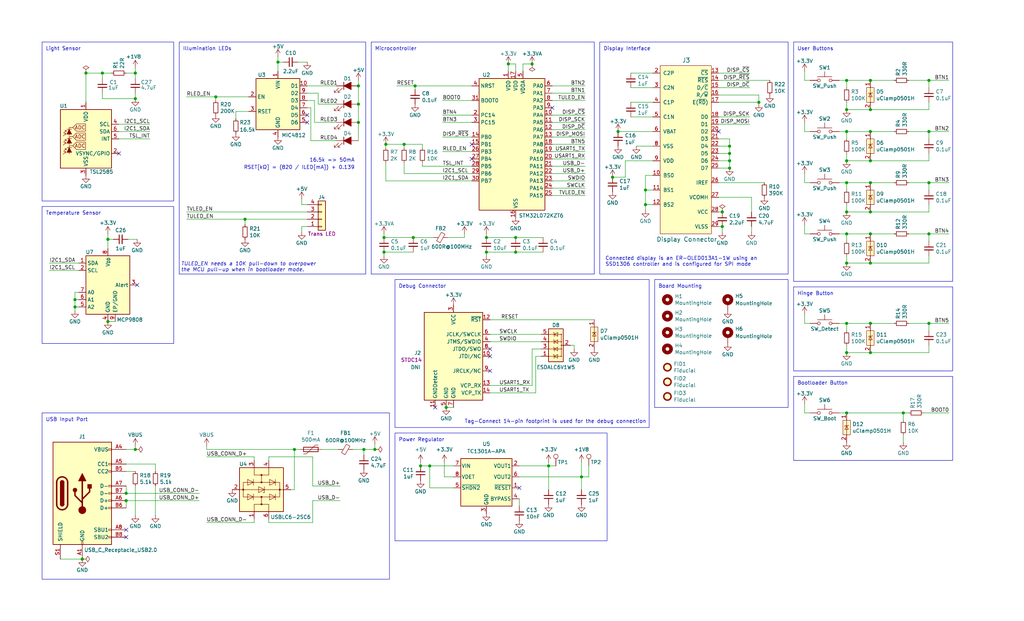
<source format=kicad_sch>
(kicad_sch (version 20230121) (generator eeschema)
  (paper "USLegal")
  (title_block (title "Printalyzer UV/VIS Densitometer - Main Board") (date "2023-11-27") (rev "B") (company "Dektronics, Inc.") (comment 1 "Derek Konigsberg <dkonigsberg@dektronics.com>"))
  (junction (at 302.26 45.72))
  (junction (at 302.26 55.88))
  (junction (at 214.63 45.72))
  (junction (at 26.035 104.14))
  (junction (at 184.785 22.225))
  (junction (at 294.005 122.555))
  (junction (at 253.365 55.88))
  (junction (at 294.005 81.28))
  (junction (at 140.335 50.165))
  (junction (at 96.52 21.59))
  (junction (at 224.155 71.12))
  (junction (at 294.005 45.72))
  (junction (at 302.26 63.5))
  (junction (at 322.58 45.72))
  (junction (at 294.005 73.66))
  (junction (at 253.365 53.34))
  (junction (at 43.815 173.99))
  (junction (at 168.91 87.63))
  (junction (at 322.58 27.94))
  (junction (at 124.46 42.545))
  (junction (at 190.5 161.925))
  (junction (at 250.825 73.66))
  (junction (at 302.26 73.66))
  (junction (at 154.94 141.605))
  (junction (at 176.53 22.225))
  (junction (at 201.93 165.735))
  (junction (at 212.725 61.595))
  (junction (at 179.07 87.63))
  (junction (at 294.005 27.94))
  (junction (at 302.26 38.1))
  (junction (at 322.58 63.5))
  (junction (at 294.005 38.1))
  (junction (at 74.93 33.655))
  (junction (at 133.35 82.55))
  (junction (at 46.99 25.4))
  (junction (at 46.99 34.29))
  (junction (at 133.35 87.63))
  (junction (at 322.58 81.28))
  (junction (at 294.005 112.395))
  (junction (at 37.465 83.185))
  (junction (at 294.005 63.5))
  (junction (at 144.145 29.845))
  (junction (at 124.46 29.845))
  (junction (at 294.005 91.44))
  (junction (at 26.035 106.68))
  (junction (at 294.005 143.51))
  (junction (at 302.26 27.94))
  (junction (at 253.365 58.42))
  (junction (at 28.575 194.31))
  (junction (at 35.56 25.4))
  (junction (at 313.69 143.51))
  (junction (at 43.815 171.45))
  (junction (at 133.985 50.165))
  (junction (at 250.825 78.74))
  (junction (at 302.26 112.395))
  (junction (at 253.365 50.8))
  (junction (at 168.91 82.55))
  (junction (at 322.58 112.395))
  (junction (at 302.26 81.28))
  (junction (at 130.175 156.21))
  (junction (at 124.46 36.195))
  (junction (at 85.09 76.2))
  (junction (at 37.465 111.76))
  (junction (at 224.155 66.04))
  (junction (at 294.005 55.88))
  (junction (at 149.225 161.925))
  (junction (at 143.51 82.55))
  (junction (at 179.07 82.55))
  (junction (at 29.845 25.4))
  (junction (at 302.26 91.44))
  (junction (at 302.26 122.555))
  (junction (at 263.525 35.56))
  (junction (at 46.99 156.21))
  (junction (at 146.05 161.925))
  (junction (at 126.365 156.21))
  (junction (at 102.235 156.21))
  (no_connect (at 170.18 121.285))
  (no_connect (at 43.815 186.69))
  (no_connect (at 43.815 184.15))
  (no_connect (at 47.625 99.06))
  (no_connect (at 163.83 55.245))
  (no_connect (at 180.34 169.545))
  (no_connect (at 170.18 128.905))
  (no_connect (at 191.77 37.465))
  (no_connect (at 41.275 53.34))
  (no_connect (at 170.18 123.825))
  (no_connect (at 249.555 45.72))
  (no_connect (at 106.68 42.545))
  (no_connect (at 106.68 40.005))
  (no_connect (at 163.83 50.165))
  (no_connect (at 151.13 141.605))
  (wire (pts (xy 249.555 27.94) (xy 267.335 27.94)))
  (wire (pts (xy 302.26 38.1) (xy 294.005 38.1)))
  (wire (pts (xy 137.795 29.845) (xy 144.145 29.845)))
  (wire (pts (xy 155.575 82.55) (xy 161.29 82.55)))
  (wire (pts (xy 313.69 143.51) (xy 315.595 143.51)))
  (wire (pts (xy 265.43 63.5) (xy 249.555 63.5)))
  (wire (pts (xy 294.005 83.82) (xy 294.005 81.28)))
  (wire (pts (xy 294.005 35.56) (xy 294.005 38.1)))
  (wire (pts (xy 294.005 45.72) (xy 302.26 45.72)))
  (wire (pts (xy 85.09 76.2) (xy 106.68 76.2)))
  (wire (pts (xy 43.815 171.45) (xy 69.215 171.45)))
  (wire (pts (xy 104.775 69.215) (xy 104.775 71.12)))
  (wire (pts (xy 217.17 61.595) (xy 217.17 55.88)))
  (wire (pts (xy 168.91 81.28) (xy 168.91 82.55)))
  (wire (pts (xy 291.465 63.5) (xy 294.005 63.5)))
  (wire (pts (xy 279.4 81.28) (xy 281.305 81.28)))
  (wire (pts (xy 170.18 136.525) (xy 186.055 136.525)))
  (wire (pts (xy 315.595 27.94) (xy 322.58 27.94)))
  (wire (pts (xy 260.985 68.58) (xy 260.985 73.66)))
  (wire (pts (xy 294.005 81.28) (xy 302.26 81.28)))
  (wire (pts (xy 212.725 61.595) (xy 217.17 61.595)))
  (wire (pts (xy 146.685 50.165) (xy 140.335 50.165)))
  (wire (pts (xy 43.815 173.99) (xy 43.815 176.53)))
  (wire (pts (xy 104.775 78.74) (xy 104.775 80.645)))
  (wire (pts (xy 203.2 52.705) (xy 191.77 52.705)))
  (wire (pts (xy 322.58 27.94) (xy 329.565 27.94)))
  (wire (pts (xy 302.26 91.44) (xy 322.58 91.44)))
  (wire (pts (xy 322.58 91.44) (xy 322.58 88.9)))
  (wire (pts (xy 20.955 194.31) (xy 28.575 194.31)))
  (wire (pts (xy 279.4 45.72) (xy 281.305 45.72)))
  (wire (pts (xy 35.56 25.4) (xy 35.56 27.305)))
  (wire (pts (xy 107.95 48.895) (xy 107.95 37.465)))
  (wire (pts (xy 322.58 35.56) (xy 322.58 38.1)))
  (wire (pts (xy 315.595 81.28) (xy 322.58 81.28)))
  (wire (pts (xy 41.275 45.72) (xy 52.07 45.72)))
  (wire (pts (xy 46.99 168.91) (xy 46.99 179.07)))
  (wire (pts (xy 226.695 30.48) (xy 219.075 30.48)))
  (wire (pts (xy 102.235 156.21) (xy 104.14 156.21)))
  (wire (pts (xy 108.585 181.61) (xy 108.585 173.99)))
  (wire (pts (xy 106.68 29.845) (xy 116.84 29.845)))
  (wire (pts (xy 106.68 78.74) (xy 104.775 78.74)))
  (wire (pts (xy 279.4 143.51) (xy 281.305 143.51)))
  (wire (pts (xy 302.26 55.88) (xy 322.58 55.88)))
  (wire (pts (xy 133.35 82.55) (xy 143.51 82.55)))
  (wire (pts (xy 217.17 55.88) (xy 226.695 55.88)))
  (wire (pts (xy 249.555 58.42) (xy 253.365 58.42)))
  (wire (pts (xy 279.4 112.395) (xy 281.305 112.395)))
  (wire (pts (xy 116.84 48.895) (xy 107.95 48.895)))
  (wire (pts (xy 122.555 156.21) (xy 126.365 156.21)))
  (wire (pts (xy 130.175 156.21) (xy 130.175 154.305)))
  (wire (pts (xy 253.365 55.88) (xy 253.365 58.42)))
  (wire (pts (xy 190.5 160.655) (xy 190.5 161.925)))
  (wire (pts (xy 188.595 87.63) (xy 179.07 87.63)))
  (wire (pts (xy 170.18 116.205) (xy 187.96 116.205)))
  (wire (pts (xy 263.525 33.02) (xy 263.525 35.56)))
  (wire (pts (xy 109.22 42.545) (xy 109.22 34.925)))
  (wire (pts (xy 279.4 63.5) (xy 281.305 63.5)))
  (wire (pts (xy 302.26 63.5) (xy 310.515 63.5)))
  (wire (pts (xy 149.225 169.545) (xy 149.225 161.925)))
  (wire (pts (xy 170.18 133.985) (xy 184.785 133.985)))
  (wire (pts (xy 291.465 27.94) (xy 294.005 27.94)))
  (wire (pts (xy 302.26 122.555) (xy 322.58 122.555)))
  (wire (pts (xy 315.595 112.395) (xy 322.58 112.395)))
  (wire (pts (xy 111.76 156.21) (xy 117.475 156.21)))
  (wire (pts (xy 190.5 161.925) (xy 193.04 161.925)))
  (wire (pts (xy 26.035 101.6) (xy 26.035 104.14)))
  (wire (pts (xy 64.77 73.66) (xy 106.68 73.66)))
  (wire (pts (xy 279.4 27.94) (xy 281.305 27.94)))
  (wire (pts (xy 154.305 160.655) (xy 154.305 165.735)))
  (wire (pts (xy 124.46 42.545) (xy 124.46 36.195)))
  (wire (pts (xy 29.845 25.4) (xy 29.845 35.56)))
  (wire (pts (xy 198.12 120.015) (xy 199.39 120.015)))
  (wire (pts (xy 110.49 36.195) (xy 110.49 32.385)))
  (wire (pts (xy 291.465 112.395) (xy 294.005 112.395)))
  (wire (pts (xy 260.985 78.74) (xy 260.985 80.645)))
  (wire (pts (xy 294.005 114.935) (xy 294.005 112.395)))
  (wire (pts (xy 294.005 122.555) (xy 302.26 122.555)))
  (wire (pts (xy 64.77 33.655) (xy 74.93 33.655)))
  (wire (pts (xy 322.58 73.66) (xy 322.58 71.12)))
  (wire (pts (xy 294.005 91.44) (xy 302.26 91.44)))
  (wire (pts (xy 249.555 78.74) (xy 250.825 78.74)))
  (wire (pts (xy 322.58 48.26) (xy 322.58 45.72)))
  (wire (pts (xy 153.67 40.005) (xy 163.83 40.005)))
  (wire (pts (xy 26.035 106.68) (xy 27.305 106.68)))
  (wire (pts (xy 249.555 55.88) (xy 253.365 55.88)))
  (wire (pts (xy 203.2 32.385) (xy 191.77 32.385)))
  (wire (pts (xy 17.145 93.98) (xy 27.305 93.98)))
  (wire (pts (xy 249.555 25.4) (xy 260.35 25.4)))
  (wire (pts (xy 108.585 158.75) (xy 108.585 168.91)))
  (wire (pts (xy 108.585 168.91) (xy 118.11 168.91)))
  (wire (pts (xy 186.055 123.825) (xy 187.96 123.825)))
  (wire (pts (xy 191.77 57.785) (xy 203.2 57.785)))
  (wire (pts (xy 224.155 71.12) (xy 224.155 73.025)))
  (wire (pts (xy 191.77 50.165) (xy 203.2 50.165)))
  (wire (pts (xy 37.465 81.28) (xy 37.465 83.185)))
  (wire (pts (xy 26.035 104.14) (xy 27.305 104.14)))
  (wire (pts (xy 224.155 60.96) (xy 224.155 66.04)))
  (wire (pts (xy 291.465 143.51) (xy 294.005 143.51)))
  (wire (pts (xy 41.275 48.26) (xy 52.07 48.26)))
  (wire (pts (xy 226.695 71.12) (xy 224.155 71.12)))
  (wire (pts (xy 226.695 45.72) (xy 214.63 45.72)))
  (wire (pts (xy 93.345 181.61) (xy 108.585 181.61)))
  (wire (pts (xy 263.525 35.56) (xy 263.525 36.195)))
  (wire (pts (xy 224.155 66.04) (xy 224.155 71.12)))
  (wire (pts (xy 320.675 143.51) (xy 329.565 143.51)))
  (wire (pts (xy 93.345 158.75) (xy 108.585 158.75)))
  (wire (pts (xy 37.465 83.185) (xy 39.37 83.185)))
  (wire (pts (xy 249.555 73.66) (xy 250.825 73.66)))
  (wire (pts (xy 38.735 25.4) (xy 35.56 25.4)))
  (wire (pts (xy 191.77 60.325) (xy 203.2 60.325)))
  (wire (pts (xy 133.35 88.9) (xy 133.35 87.63)))
  (wire (pts (xy 126.365 156.21) (xy 130.175 156.21)))
  (wire (pts (xy 249.555 50.8) (xy 253.365 50.8)))
  (wire (pts (xy 191.77 67.945) (xy 203.2 67.945)))
  (wire (pts (xy 294.005 27.94) (xy 302.26 27.94)))
  (wire (pts (xy 203.2 47.625) (xy 191.77 47.625)))
  (wire (pts (xy 302.26 27.94) (xy 310.515 27.94)))
  (wire (pts (xy 302.26 112.395) (xy 310.515 112.395)))
  (wire (pts (xy 180.34 161.925) (xy 190.5 161.925)))
  (wire (pts (xy 294.005 71.12) (xy 294.005 73.66)))
  (wire (pts (xy 294.005 53.34) (xy 294.005 55.88)))
  (wire (pts (xy 249.555 33.02) (xy 263.525 33.02)))
  (wire (pts (xy 133.985 62.865) (xy 133.985 56.515)))
  (wire (pts (xy 179.07 82.55) (xy 188.595 82.55)))
  (wire (pts (xy 71.755 158.75) (xy 88.265 158.75)))
  (wire (pts (xy 279.4 140.335) (xy 279.4 143.51)))
  (wire (pts (xy 102.235 170.18) (xy 100.965 170.18)))
  (wire (pts (xy 199.39 120.015) (xy 199.39 121.285)))
  (wire (pts (xy 253.365 48.26) (xy 253.365 50.8)))
  (wire (pts (xy 170.18 118.745) (xy 187.96 118.745)))
  (wire (pts (xy 226.695 66.04) (xy 224.155 66.04)))
  (wire (pts (xy 157.48 141.605) (xy 154.94 141.605)))
  (wire (pts (xy 294.005 73.66) (xy 302.26 73.66)))
  (wire (pts (xy 108.585 173.99) (xy 118.11 173.99)))
  (wire (pts (xy 53.975 161.29) (xy 53.975 163.83)))
  (wire (pts (xy 37.465 111.76) (xy 40.005 111.76)))
  (wire (pts (xy 322.58 27.94) (xy 322.58 30.48)))
  (wire (pts (xy 201.93 165.735) (xy 204.47 165.735)))
  (wire (pts (xy 179.07 87.63) (xy 168.91 87.63)))
  (wire (pts (xy 41.275 43.18) (xy 52.07 43.18)))
  (wire (pts (xy 43.815 156.21) (xy 46.99 156.21)))
  (wire (pts (xy 126.365 156.21) (xy 126.365 158.115)))
  (wire (pts (xy 226.695 40.64) (xy 219.075 40.64)))
  (wire (pts (xy 163.83 34.925) (xy 153.67 34.925)))
  (wire (pts (xy 46.99 32.385) (xy 46.99 34.29)))
  (wire (pts (xy 322.58 83.82) (xy 322.58 81.28)))
  (wire (pts (xy 322.58 66.04) (xy 322.58 63.5)))
  (wire (pts (xy 249.555 30.48) (xy 260.35 30.48)))
  (wire (pts (xy 184.785 133.985) (xy 184.785 121.285)))
  (wire (pts (xy 124.46 27.94) (xy 124.46 29.845)))
  (wire (pts (xy 315.595 63.5) (xy 322.58 63.5)))
  (wire (pts (xy 179.07 24.765) (xy 179.07 22.225)))
  (wire (pts (xy 37.465 83.185) (xy 37.465 86.36)))
  (wire (pts (xy 46.99 154.94) (xy 46.99 156.21)))
  (wire (pts (xy 315.595 45.72) (xy 322.58 45.72)))
  (wire (pts (xy 203.2 62.865) (xy 191.77 62.865)))
  (wire (pts (xy 71.755 156.21) (xy 102.235 156.21)))
  (wire (pts (xy 170.18 111.125) (xy 206.375 111.125)))
  (wire (pts (xy 226.695 25.4) (xy 219.075 25.4)))
  (wire (pts (xy 181.61 22.225) (xy 181.61 24.765)))
  (wire (pts (xy 226.695 35.56) (xy 219.075 35.56)))
  (wire (pts (xy 226.695 60.96) (xy 224.155 60.96)))
  (wire (pts (xy 279.4 60.325) (xy 279.4 63.5)))
  (wire (pts (xy 133.985 62.865) (xy 163.83 62.865)))
  (wire (pts (xy 294.005 30.48) (xy 294.005 27.94)))
  (wire (pts (xy 179.07 22.225) (xy 176.53 22.225)))
  (wire (pts (xy 179.07 82.55) (xy 168.91 82.55)))
  (wire (pts (xy 249.555 43.18) (xy 260.35 43.18)))
  (wire (pts (xy 43.815 161.29) (xy 53.975 161.29)))
  (wire (pts (xy 302.26 73.66) (xy 322.58 73.66)))
  (wire (pts (xy 133.35 87.63) (xy 143.51 87.63)))
  (wire (pts (xy 71.755 181.61) (xy 88.265 181.61)))
  (wire (pts (xy 116.84 42.545) (xy 109.22 42.545)))
  (wire (pts (xy 201.93 165.735) (xy 201.93 170.18)))
  (wire (pts (xy 249.555 48.26) (xy 253.365 48.26)))
  (wire (pts (xy 27.305 101.6) (xy 26.035 101.6)))
  (wire (pts (xy 176.53 22.225) (xy 176.53 24.765)))
  (wire (pts (xy 322.58 45.72) (xy 329.565 45.72)))
  (wire (pts (xy 294.005 55.88) (xy 302.26 55.88)))
  (wire (pts (xy 102.235 156.21) (xy 102.235 170.18)))
  (wire (pts (xy 44.45 83.185) (xy 47.625 83.185)))
  (wire (pts (xy 191.77 65.405) (xy 203.2 65.405)))
  (wire (pts (xy 140.335 60.325) (xy 163.83 60.325)))
  (wire (pts (xy 103.505 21.59) (xy 106.68 21.59)))
  (wire (pts (xy 46.99 25.4) (xy 46.99 27.305)))
  (wire (pts (xy 184.785 22.225) (xy 181.61 22.225)))
  (wire (pts (xy 106.68 71.12) (xy 104.775 71.12)))
  (wire (pts (xy 107.95 37.465) (xy 106.68 37.465)))
  (wire (pts (xy 186.055 136.525) (xy 186.055 123.825)))
  (wire (pts (xy 322.58 38.1) (xy 302.26 38.1)))
  (wire (pts (xy 294.005 66.04) (xy 294.005 63.5)))
  (wire (pts (xy 291.465 81.28) (xy 294.005 81.28)))
  (wire (pts (xy 53.975 168.91) (xy 53.975 179.07)))
  (wire (pts (xy 153.67 47.625) (xy 163.83 47.625)))
  (wire (pts (xy 143.51 82.55) (xy 150.495 82.55)))
  (wire (pts (xy 191.77 34.925) (xy 203.2 34.925)))
  (wire (pts (xy 153.67 42.545) (xy 163.83 42.545)))
  (wire (pts (xy 96.52 21.59) (xy 98.425 21.59)))
  (wire (pts (xy 204.47 165.735) (xy 204.47 161.925)))
  (wire (pts (xy 81.915 38.735) (xy 81.915 41.275)))
  (wire (pts (xy 302.26 45.72) (xy 310.515 45.72)))
  (wire (pts (xy 161.29 81.28) (xy 161.29 82.55)))
  (wire (pts (xy 26.035 104.14) (xy 26.035 106.68)))
  (wire (pts (xy 180.34 173.355) (xy 180.34 175.895)))
  (wire (pts (xy 144.145 29.845) (xy 144.145 31.115)))
  (wire (pts (xy 93.345 180.34) (xy 93.345 181.61)))
  (wire (pts (xy 168.91 87.63) (xy 168.91 88.9)))
  (wire (pts (xy 322.58 114.935) (xy 322.58 112.395)))
  (wire (pts (xy 157.48 169.545) (xy 149.225 169.545)))
  (wire (pts (xy 180.34 165.735) (xy 201.93 165.735)))
  (wire (pts (xy 249.555 53.34) (xy 253.365 53.34)))
  (wire (pts (xy 140.335 50.165) (xy 133.985 50.165)))
  (wire (pts (xy 260.985 68.58) (xy 249.555 68.58)))
  (wire (pts (xy 43.815 173.99) (xy 69.215 173.99)))
  (wire (pts (xy 322.58 63.5) (xy 329.565 63.5)))
  (wire (pts (xy 163.83 29.845) (xy 144.145 29.845)))
  (wire (pts (xy 203.2 55.245) (xy 191.77 55.245)))
  (wire (pts (xy 133.985 51.435) (xy 133.985 50.165)))
  (wire (pts (xy 86.36 38.735) (xy 81.915 38.735)))
  (wire (pts (xy 260.35 40.64) (xy 249.555 40.64)))
  (wire (pts (xy 279.4 78.105) (xy 279.4 81.28)))
  (wire (pts (xy 279.4 24.765) (xy 279.4 27.94)))
  (wire (pts (xy 96.52 19.685) (xy 96.52 21.59)))
  (wire (pts (xy 74.93 33.655) (xy 74.93 34.925)))
  (wire (pts (xy 71.755 154.94) (xy 71.755 156.21)))
  (wire (pts (xy 279.4 109.22) (xy 279.4 112.395)))
  (wire (pts (xy 140.335 60.325) (xy 140.335 56.515)))
  (wire (pts (xy 294.005 120.015) (xy 294.005 122.555)))
  (wire (pts (xy 146.685 51.435) (xy 146.685 50.165)))
  (wire (pts (xy 249.555 35.56) (xy 263.525 35.56)))
  (wire (pts (xy 26.035 106.68) (xy 26.035 107.95)))
  (wire (pts (xy 74.93 33.655) (xy 86.36 33.655)))
  (wire (pts (xy 294.005 48.26) (xy 294.005 45.72)))
  (wire (pts (xy 203.2 29.845) (xy 191.77 29.845)))
  (wire (pts (xy 322.58 122.555) (xy 322.58 120.015)))
  (wire (pts (xy 146.685 57.785) (xy 146.685 56.515)))
  (wire (pts (xy 226.695 50.8) (xy 220.98 50.8)))
  (wire (pts (xy 294.005 88.9) (xy 294.005 91.44)))
  (wire (pts (xy 35.56 32.385) (xy 35.56 34.29)))
  (wire (pts (xy 294.005 63.5) (xy 302.26 63.5)))
  (wire (pts (xy 106.68 32.385) (xy 110.49 32.385)))
  (wire (pts (xy 322.58 112.395) (xy 329.565 112.395)))
  (wire (pts (xy 322.58 81.28) (xy 329.565 81.28)))
  (wire (pts (xy 146.05 160.655) (xy 146.05 161.925)))
  (wire (pts (xy 64.77 76.2) (xy 85.09 76.2)))
  (wire (pts (xy 43.815 168.91) (xy 43.815 171.45)))
  (wire (pts (xy 250.825 78.74) (xy 250.825 80.645)))
  (wire (pts (xy 133.35 81.28) (xy 133.35 82.55)))
  (wire (pts (xy 85.09 76.2) (xy 85.09 78.105)))
  (wire (pts (xy 279.4 42.545) (xy 279.4 45.72)))
  (wire (pts (xy 93.345 160.02) (xy 93.345 158.75)))
  (wire (pts (xy 17.145 91.44) (xy 27.305 91.44)))
  (wire (pts (xy 146.685 57.785) (xy 163.83 57.785)))
  (wire (pts (xy 124.46 48.895) (xy 124.46 42.545)))
  (wire (pts (xy 109.22 34.925) (xy 106.68 34.925)))
  (wire (pts (xy 313.69 151.13) (xy 313.69 153.67)))
  (wire (pts (xy 201.93 160.655) (xy 201.93 165.735)))
  (wire (pts (xy 149.225 161.925) (xy 157.48 161.925)))
  (wire (pts (xy 46.99 23.495) (xy 46.99 25.4)))
  (wire (pts (xy 153.67 52.705) (xy 163.83 52.705)))
  (wire (pts (xy 43.815 25.4) (xy 46.99 25.4)))
  (wire (pts (xy 146.05 161.925) (xy 149.225 161.925)))
  (wire (pts (xy 313.69 146.05) (xy 313.69 143.51)))
  (wire (pts (xy 322.58 55.88) (xy 322.58 53.34)))
  (wire (pts (xy 191.77 45.085) (xy 203.2 45.085)))
  (wire (pts (xy 302.26 81.28) (xy 310.515 81.28)))
  (wire (pts (xy 88.265 158.75) (xy 88.265 160.02)))
  (wire (pts (xy 203.2 42.545) (xy 191.77 42.545)))
  (wire (pts (xy 253.365 50.8) (xy 253.365 53.34)))
  (wire (pts (xy 294.005 112.395) (xy 302.26 112.395)))
  (wire (pts (xy 190.5 161.925) (xy 190.5 170.18)))
  (wire (pts (xy 88.265 181.61) (xy 88.265 180.34)))
  (wire (pts (xy 184.785 121.285) (xy 187.96 121.285)))
  (wire (pts (xy 43.815 163.83) (xy 46.99 163.83)))
  (wire (pts (xy 96.52 21.59) (xy 96.52 24.765)))
  (wire (pts (xy 124.46 36.195) (xy 124.46 29.845)))
  (wire (pts (xy 291.465 45.72) (xy 294.005 45.72)))
  (wire (pts (xy 35.56 34.29) (xy 46.99 34.29)))
  (wire (pts (xy 35.56 25.4) (xy 29.845 25.4)))
  (wire (pts (xy 140.335 51.435) (xy 140.335 50.165)))
  (wire (pts (xy 294.005 143.51) (xy 313.69 143.51)))
  (wire (pts (xy 116.84 36.195) (xy 110.49 36.195)))
  (wire (pts (xy 203.2 40.005) (xy 191.77 40.005)))
  (wire (pts (xy 253.365 53.34) (xy 253.365 55.88)))
  (wire (pts (xy 154.305 165.735) (xy 157.48 165.735)))
  (rectangle (start 208.28 14.605) (end 273.685 95.25))
  (rectangle (start 275.59 99.695) (end 330.835 128.905))
  (rectangle (start 227.33 97.155) (end 273.685 141.605))
  (rectangle (start 275.59 130.81) (end 330.835 160.02))
  (rectangle (start 128.905 14.605) (end 206.375 95.25))
  (rectangle (start 137.16 97.155) (end 225.425 148.59))
  (rectangle (start 14.605 71.755) (end 60.325 119.38))
  (rectangle (start 14.605 14.605) (end 60.325 69.85))
  (rectangle (start 62.23 14.605) (end 127 95.25))
  (rectangle (start 275.59 14.605) (end 330.835 97.79))
  (rectangle (start 137.16 150.495) (end 210.82 187.96))
  (rectangle (start 14.605 143.51) (end 135.255 201.295))
  (text "Board Mounting" (at 228.6 100.33 0) (effects (font (size 1.27 1.27)) (justify left bottom)))
  (text "Illumination LEDs" (at 63.5 17.78 0) (effects (font (size 1.27 1.27)) (justify left bottom)))
  (text "Tag-Connect 14-pin footprint is used for the debug connection" (at 161.29 147.32 0) (effects (font (size 1.27 1.27)) (justify left bottom)))
  (text "Power Regulator" (at 138.43 153.67 0) (effects (font (size 1.27 1.27)) (justify left bottom)))
  (text "Display Interface" (at 209.55 17.78 0) (effects (font (size 1.27 1.27)) (justify left bottom)))
  (text "Debug Connector" (at 138.43 100.33 0) (effects (font (size 1.27 1.27)) (justify left bottom)))
  (text "RSET[kΩ] = (820 / ILED[mA]) + 0.139" (at 123.19 59.055 0) (effects (font (size 1.27 1.27)) (justify right bottom)))
  (text "16.5k => 50mA" (at 123.19 56.515 0) (effects (font (size 1.27 1.27)) (justify right bottom)))
  (text "USB Input Port" (at 15.875 146.685 0) (effects (font (size 1.27 1.27)) (justify left bottom)))
  (text "Bootloader Button" (at 276.86 133.985 0) (effects (font (size 1.27 1.27)) (justify left bottom)))
  (text "Light Sensor" (at 15.875 17.78 0) (effects (font (size 1.27 1.27)) (justify left bottom)))
  (text "User Buttons" (at 276.86 17.78 0) (effects (font (size 1.27 1.27)) (justify left bottom)))
  (text "Connected display is an ER-OLED013A1-1W using an\nSSD1306 controller and is configured for SPI mode" (at 210.185 92.71 0) (effects (font (size 1.27 1.27)) (justify left bottom)))
  (text "TULED_EN needs a 10K pull-down to overpower\nthe MCU pull-up when in bootloader mode." (at 62.865 94.615 0) (effects (font (size 1.27 1.27) italic) (justify left bottom)))
  (text "Microcontroller" (at 130.175 17.78 0) (effects (font (size 1.27 1.27)) (justify left bottom)))
  (text "Temperature Sensor" (at 15.875 74.93 0) (effects (font (size 1.27 1.27)) (justify left bottom)))
  (text "Hinge Button" (at 276.86 102.87 0) (effects (font (size 1.27 1.27)) (justify left bottom)))
  (label "RESET" (at 137.795 29.845 0))
  (label "DISP_MOSI" (at 203.2 47.625 180))
  (label "USB_D-" (at 118.11 173.99 180))
  (label "DISP_SCK" (at 203.2 42.545 180))
  (label "DISP_MOSI" (at 260.35 43.18 180))
  (label "DISP_~{RES}" (at 153.67 47.625 0))
  (label "USB_CONN_D+" (at 71.755 158.75 0))
  (label "USB_D+" (at 203.2 60.325 180))
  (label "BTN5" (at 203.2 50.165 180))
  (label "DISP_D~{C}" (at 260.35 30.48 180))
  (label "RLED_EN" (at 153.67 52.705 0))
  (label "SWCLK" (at 173.355 116.205 0))
  (label "BTN4" (at 153.67 40.005 0))
  (label "BTN1" (at 203.2 32.385 180))
  (label "USART1_TX" (at 173.355 136.525 0))
  (label "I2C1_SCL" (at 17.145 93.98 0))
  (label "I2C1_SCL" (at 153.67 60.325 0))
  (label "USART1_TX" (at 203.2 52.705 180))
  (label "SWDIO" (at 173.355 118.745 0))
  (label "I2C1_SDA" (at 153.67 62.865 0))
  (label "RLED2" (at 111.125 36.195 0))
  (label "TSL_INT" (at 153.67 57.785 0))
  (label "BTN3" (at 329.565 63.5 180))
  (label "USB_CONN_D+" (at 69.215 173.99 180))
  (label "I2C1_SDA" (at 17.145 91.44 0))
  (label "BTN1" (at 329.565 27.94 180))
  (label "TULED_EN" (at 64.77 76.2 0))
  (label "DISP_~{CS}" (at 260.35 25.4 180))
  (label "I2C1_SCL" (at 52.07 43.18 180))
  (label "BOOT0" (at 329.565 143.51 180))
  (label "TVLED_EN" (at 64.77 73.66 0))
  (label "USB_CONN_D-" (at 69.215 171.45 180))
  (label "TSL_INT" (at 52.07 48.26 180))
  (label "DISP_SCK" (at 260.35 40.64 180))
  (label "RESET" (at 173.99 111.125 0))
  (label "I2C1_SDA" (at 52.07 45.72 180))
  (label "TULED_EN" (at 203.2 34.925 180))
  (label "BOOT0" (at 153.67 34.925 0))
  (label "BTN4" (at 329.565 81.28 180))
  (label "BTN5" (at 329.565 112.395 180))
  (label "RLED1" (at 111.125 29.845 0))
  (label "USART1_RX" (at 203.2 55.245 180))
  (label "USB_D-" (at 203.2 57.785 180))
  (label "BTN2" (at 203.2 29.845 180))
  (label "RLED_EN" (at 64.77 33.655 0))
  (label "RLED4" (at 111.125 48.895 0))
  (label "USB_D+" (at 118.11 168.91 180))
  (label "DISP_~{RES}" (at 260.35 27.94 180))
  (label "RLED3" (at 111.125 42.545 0))
  (label "BTN3" (at 153.67 42.545 0))
  (label "SWDIO" (at 203.2 62.865 180))
  (label "SWCLK" (at 203.2 65.405 180))
  (label "USB_CONN_D-" (at 71.755 181.61 0))
  (label "USART1_RX" (at 173.355 133.985 0))
  (label "DISP_D~{C}" (at 203.2 45.085 180))
  (label "BTN2" (at 329.565 45.72 180))
  (label "TVLED_EN" (at 203.2 67.945 180))
  (label "DISP_~{CS}" (at 203.2 40.005 180))
  (symbol (lib_id "power:GND") (at 29.845 60.96 0) (unit 1)
    (property "Reference" "#PWR0101" (effects hide))
    (property "Value" "GND" (at 29.845 64.77 0))
  )
  (symbol (lib_id "Device:LED_Filled") (at 120.65 29.845 0) (unit 1)
    (property "Reference" "D1" (at 120.65 27.305 0))
    (property "Value" "LED" (effects hide))
    (property "Footprint" "lib_fp:SunLike_LED_S1S0" (effects hide))
    (property "Datasheet" "http://www.seoulsemicon.com/en/product/document/4727" (effects hide))
    (property "Description" "SUNLIKE STWSC2PB-E0, 3000K" (effects hide))
    (property "Manufacturer" "Seoul Semiconductor Inc." (effects hide))
    (property "Manufacturer PN" "S1S0-3030309503-0000003S-0P001" (effects hide))
    (property "Supplier" "Digi-Key" (effects hide))
    (property "Supplier PN" "897-S1S0-3030309503-0000003S-0P001CT-ND" (effects hide))
  )
  (symbol (lib_id "Device:LED_Filled") (at 120.65 36.195 0) (unit 1)
    (property "Reference" "D2" (at 120.65 33.655 0))
    (property "Value" "LED" (effects hide))
    (property "Footprint" "lib_fp:SunLike_LED_S1S0" (effects hide))
    (property "Datasheet" "http://www.seoulsemicon.com/en/product/document/4727" (effects hide))
    (property "Description" "SUNLIKE STWSC2PB-E0, 3000K" (effects hide))
    (property "Manufacturer" "Seoul Semiconductor Inc." (effects hide))
    (property "Manufacturer PN" "S1S0-3030309503-0000003S-0P001" (effects hide))
    (property "Supplier" "Digi-Key" (effects hide))
    (property "Supplier PN" "897-S1S0-3030309503-0000003S-0P001CT-ND" (effects hide))
  )
  (symbol (lib_id "Device:LED_Filled") (at 120.65 42.545 0) (unit 1)
    (property "Reference" "D3" (at 120.65 40.005 0))
    (property "Value" "LED" (effects hide))
    (property "Footprint" "lib_fp:SunLike_LED_S1S0" (effects hide))
    (property "Datasheet" "http://www.seoulsemicon.com/en/product/document/4727" (effects hide))
    (property "Description" "SUNLIKE STWSC2PB-E0, 3000K" (effects hide))
    (property "Manufacturer" "Seoul Semiconductor Inc." (effects hide))
    (property "Manufacturer PN" "S1S0-3030309503-0000003S-0P001" (effects hide))
    (property "Supplier" "Digi-Key" (effects hide))
    (property "Supplier PN" "897-S1S0-3030309503-0000003S-0P001CT-ND" (effects hide))
  )
  (symbol (lib_id "Device:LED_Filled") (at 120.65 48.895 0) (unit 1)
    (property "Reference" "D4" (at 120.65 46.355 0))
    (property "Value" "LED" (effects hide))
    (property "Footprint" "lib_fp:SunLike_LED_S1S0" (effects hide))
    (property "Datasheet" "http://www.seoulsemicon.com/en/product/document/4727" (effects hide))
    (property "Description" "SUNLIKE STWSC2PB-E0, 3000K" (effects hide))
    (property "Manufacturer" "Seoul Semiconductor Inc." (effects hide))
    (property "Manufacturer PN" "S1S0-3030309503-0000003S-0P001" (effects hide))
    (property "Supplier" "Digi-Key" (effects hide))
    (property "Supplier PN" "897-S1S0-3030309503-0000003S-0P001CT-ND" (effects hide))
  )
  (symbol (lib_id "Power_Protection:USBLC6-2SC6") (at 90.805 170.18 270) (mirror x) (unit 1)
    (property "Reference" "U4" (at 84.455 161.29 90))
    (property "Value" "USBLC6-2SC6" (at 100.965 179.705 90))
    (property "Footprint" "Package_TO_SOT_SMD:SOT-23-6" (effects hide))
    (property "Datasheet" "https://www.st.com/resource/en/datasheet/usblc6-2.pdf" (effects hide))
    (property "Description" "TVS DIODE 5.25V 17V SOT23-6" (effects hide))
    (property "Manufacturer" "STMicroelectronics" (effects hide))
    (property "Manufacturer PN" "USBLC6-2SC6" (effects hide))
    (property "Supplier" "LCSC" (effects hide))
    (property "Supplier PN" "C7519" (effects hide))
  )
  (symbol (lib_id "Switch:SW_Push") (at 286.385 27.94 0) (unit 1)
    (property "Reference" "SW1" (at 286.385 23.495 0))
    (property "Value" "SW_Push" (at 286.385 29.845 0))
    (property "Footprint" "lib_fp:ESwitch_TL1105_6mm_H7.5mm" (effects hide))
    (property "Datasheet" "https://sten-eswitch-13110800-production.s3.amazonaws.com/system/asset/product_line/data_sheet/144/TL1105.pdf" (effects hide))
    (property "Description" "SWITCH TACTILE SPST-NO 0.05A 12V" (effects hide))
    (property "Manufacturer" "E-Switch" (effects hide))
    (property "Manufacturer PN" "TL1105SPF160Q" (effects hide))
    (property "Supplier" "Digi-Key" (effects hide))
    (property "Supplier PN" "EG1861-ND" (effects hide))
  )
  (symbol (lib_id "Switch:SW_Push") (at 286.385 45.72 0) (unit 1)
    (property "Reference" "SW2" (at 286.385 41.275 0))
    (property "Value" "SW_Push" (at 286.385 47.625 0))
    (property "Footprint" "lib_fp:ESwitch_TL1105_6mm_H7.5mm" (effects hide))
    (property "Datasheet" "https://sten-eswitch-13110800-production.s3.amazonaws.com/system/asset/product_line/data_sheet/144/TL1105.pdf" (effects hide))
    (property "Description" "SWITCH TACTILE SPST-NO 0.05A 12V" (effects hide))
    (property "Manufacturer" "E-Switch" (effects hide))
    (property "Manufacturer PN" "TL1105SPF160Q" (effects hide))
    (property "Supplier" "Digi-Key" (effects hide))
    (property "Supplier PN" "EG1861-ND" (effects hide))
  )
  (symbol (lib_id "Device:R_Small") (at 140.335 53.975 0) (unit 1)
    (property "Reference" "R8" (at 141.8336 52.8066 0) (effects (justify left)))
    (property "Value" "2K" (at 141.8336 55.118 0) (effects (justify left)))
    (property "Footprint" "Resistor_SMD:R_0603_1608Metric" (effects hide))
    (property "Datasheet" "https://www.vishay.com/docs/20035/dcrcwe3.pdf" (effects hide))
    (property "Description" "RES SMD 2K OHM 5% 1/10W 0603" (effects hide))
    (property "Manufacturer" "Vishay Intertech" (effects hide))
    (property "Manufacturer PN" "CRCW06032K00JNEA" (effects hide))
    (property "Supplier" "LCSC" (effects hide))
    (property "Supplier PN" "C844766" (effects hide))
  )
  (symbol (lib_id "Mechanical:MountingHole") (at 231.775 104.14 0) (unit 1) (in_bom no)
    (property "Reference" "H1" (at 234.315 102.9716 0) (effects (justify left)))
    (property "Value" "MountingHole" (at 234.315 105.283 0) (effects (justify left)))
    (property "Footprint" "MountingHole:MountingHole_2.2mm_M2" (effects hide))
  )
  (symbol (lib_id "Mechanical:MountingHole") (at 231.775 109.855 0) (unit 1) (in_bom no)
    (property "Reference" "H2" (at 234.315 108.6866 0) (effects (justify left)))
    (property "Value" "MountingHole" (at 234.315 110.998 0) (effects (justify left)))
    (property "Footprint" "MountingHole:MountingHole_2.2mm_M2" (effects hide))
  )
  (symbol (lib_id "Mechanical:MountingHole") (at 231.775 115.57 0) (unit 1) (in_bom no)
    (property "Reference" "H3" (at 234.315 114.4016 0) (effects (justify left)))
    (property "Value" "MountingHole" (at 234.315 116.713 0) (effects (justify left)))
    (property "Footprint" "MountingHole:MountingHole_2.2mm_M2" (effects hide))
  )
  (symbol (lib_id "Mechanical:MountingHole") (at 231.775 121.285 0) (unit 1) (in_bom no)
    (property "Reference" "H4" (at 234.315 120.1166 0) (effects (justify left)))
    (property "Value" "MountingHole" (at 234.315 122.428 0) (effects (justify left)))
    (property "Footprint" "MountingHole:MountingHole_2.2mm_M2" (effects hide))
  )
  (symbol (lib_id "Mechanical:MountingHole_Pad") (at 252.73 105.41 0) (unit 1) (in_bom no)
    (property "Reference" "H5" (at 255.27 102.87 0) (effects (justify left)))
    (property "Value" "MountingHole" (at 255.27 105.41 0) (effects (justify left)))
    (property "Footprint" "MountingHole:MountingHole_2.2mm_M2_Pad_Via" (effects hide))
  )
  (symbol (lib_id "Mechanical:MountingHole_Pad") (at 252.73 116.84 0) (unit 1) (in_bom no)
    (property "Reference" "H6" (at 255.27 114.3 0) (effects (justify left)))
    (property "Value" "MountingHole" (at 255.27 116.84 0) (effects (justify left)))
    (property "Footprint" "MountingHole:MountingHole_2.2mm_M2_Pad_Via" (effects hide))
  )
  (symbol (lib_id "power:GND") (at 179.07 75.565 0) (unit 1)
    (property "Reference" "#PWR0113" (effects hide))
    (property "Value" "GND" (at 179.07 79.375 0))
  )
  (symbol (lib_id "power:GND") (at 168.91 178.435 0) (unit 1)
    (property "Reference" "#PWR0104" (effects hide))
    (property "Value" "GND" (at 168.91 182.245 0))
  )
  (symbol (lib_id "Device:C_Small") (at 180.34 178.435 180) (unit 1)
    (property "Reference" "C13" (at 182.6768 177.2666 0) (effects (justify right)))
    (property "Value" "10nF" (at 182.6768 179.578 0) (effects (justify right)))
    (property "Footprint" "Capacitor_SMD:C_0805_2012Metric" (effects hide))
    (property "Datasheet" "https://www.mouser.com/datasheet/2/585/MLCC-1837944.pdf" (effects hide))
    (property "Description" "CAP CER 10000PF 50V X7R 0805" (effects hide))
    (property "Manufacturer" "Samsung Electro-Mechanic" (effects hide))
    (property "Manufacturer PN" "CL21B103KBANNNC" (effects hide))
    (property "Supplier" "Digi-Key" (effects hide))
    (property "Supplier PN" "1276-1015-1-ND" (effects hide))
  )
  (symbol (lib_id "power:GND") (at 180.34 180.975 0) (unit 1)
    (property "Reference" "#PWR0105" (effects hide))
    (property "Value" "GND" (at 180.34 184.785 0))
  )
  (symbol (lib_id "Device:C_Small") (at 133.35 85.09 0) (unit 1)
    (property "Reference" "C5" (at 135.6868 83.9216 0) (effects (justify left)))
    (property "Value" "0.1uF" (at 135.6868 86.233 0) (effects (justify left)))
    (property "Footprint" "Capacitor_SMD:C_0603_1608Metric" (effects hide))
    (property "Datasheet" "https://media.digikey.com/pdf/Data%20Sheets/Samsung%20PDFs/CL10B104KA8NNNC_Spec.pdf" (effects hide))
    (property "Description" "CAP CER 0.1UF 25V X7R 0603" (effects hide))
    (property "Manufacturer" "Samsung Electro-Mechanics" (effects hide))
    (property "Manufacturer PN" "CL10B104KA8NNNC" (effects hide))
    (property "Supplier" "LCSC" (effects hide))
    (property "Supplier PN" "C1590" (effects hide))
  )
  (symbol (lib_id "Device:C_Small") (at 146.05 164.465 0) (mirror x) (unit 1)
    (property "Reference" "C11" (at 143.7132 163.2966 0) (effects (justify right)))
    (property "Value" "1uF" (at 143.7132 165.608 0) (effects (justify right)))
    (property "Footprint" "Capacitor_SMD:C_0603_1608Metric" (effects hide))
    (property "Datasheet" "https://media.digikey.com/pdf/Data%20Sheets/Samsung%20PDFs/CL10B105KA8NNNC_spec.pdf" (effects hide))
    (property "Description" "CAP CER 1UF 25V X7R 0603" (effects hide))
    (property "Manufacturer" "Samsung Electro-Mechanics" (effects hide))
    (property "Manufacturer PN" "CL10B105KA8NNNC" (effects hide))
    (property "Supplier" "LCSC" (effects hide))
    (property "Supplier PN" "C29936" (effects hide))
  )
  (symbol (lib_id "Device:C_Small") (at 179.07 85.09 0) (unit 1)
    (property "Reference" "C3" (at 181.4068 83.9216 0) (effects (justify left)))
    (property "Value" "0.1uF" (at 181.4068 86.233 0) (effects (justify left)))
    (property "Footprint" "Capacitor_SMD:C_0603_1608Metric" (effects hide))
    (property "Datasheet" "https://media.digikey.com/pdf/Data%20Sheets/Samsung%20PDFs/CL10B104KA8NNNC_Spec.pdf" (effects hide))
    (property "Description" "CAP CER 0.1UF 25V X7R 0603" (effects hide))
    (property "Manufacturer" "Samsung Electro-Mechanics" (effects hide))
    (property "Manufacturer PN" "CL10B104KA8NNNC" (effects hide))
    (property "Supplier" "LCSC" (effects hide))
    (property "Supplier PN" "C1590" (effects hide))
  )
  (symbol (lib_id "Device:C_Small") (at 190.5 172.72 180) (unit 1)
    (property "Reference" "C12" (at 192.8368 171.5516 0) (effects (justify right)))
    (property "Value" "1uF" (at 192.8368 173.863 0) (effects (justify right)))
    (property "Footprint" "Capacitor_SMD:C_0603_1608Metric" (effects hide))
    (property "Datasheet" "https://media.digikey.com/pdf/Data%20Sheets/Samsung%20PDFs/CL10B105KA8NNNC_spec.pdf" (effects hide))
    (property "Description" "CAP CER 1UF 25V X7R 0603" (effects hide))
    (property "Manufacturer" "Samsung Electro-Mechanics" (effects hide))
    (property "Manufacturer PN" "CL10B105KA8NNNC" (effects hide))
    (property "Supplier" "LCSC" (effects hide))
    (property "Supplier PN" "C29936" (effects hide))
  )
  (symbol (lib_id "Device:C_Small") (at 168.91 85.09 0) (unit 1)
    (property "Reference" "C2" (at 171.2468 83.9216 0) (effects (justify left)))
    (property "Value" "10uF" (at 171.2468 86.233 0) (effects (justify left)))
    (property "Footprint" "Capacitor_SMD:C_0805_2012Metric" (effects hide))
    (property "Datasheet" "https://media.digikey.com/pdf/Data%20Sheets/Samsung%20PDFs/CL_Series_MLCC_ds.pdf" (effects hide))
    (property "Description" "CAP CER 10UF 25V X5R 0805" (effects hide))
    (property "Manufacturer" "Samsung Electro-Mechanics" (effects hide))
    (property "Manufacturer PN" "CL21A106KAYNNNE" (effects hide))
    (property "Supplier" "LCSC" (effects hide))
    (property "Supplier PN" "C2922480" (effects hide))
  )
  (symbol (lib_id "power:GND") (at 190.5 175.26 0) (unit 1)
    (property "Reference" "#PWR0106" (effects hide))
    (property "Value" "GND" (at 190.5 179.07 0))
  )
  (symbol (lib_id "power:GND") (at 168.91 88.9 0) (unit 1)
    (property "Reference" "#PWR0114" (effects hide))
    (property "Value" "GND" (at 168.91 92.71 0))
  )
  (symbol (lib_id "power:+3.3V") (at 190.5 160.655 0) (unit 1)
    (property "Reference" "#PWR0107" (effects hide))
    (property "Value" "+3.3V" (at 190.5 156.21 0))
  )
  (symbol (lib_id "power:+3.3V") (at 168.91 81.28 0) (unit 1)
    (property "Reference" "#PWR0115" (effects hide))
    (property "Value" "+3.3V" (at 168.91 77.724 0))
  )
  (symbol (lib_id "power:+5V") (at 146.05 160.655 0) (unit 1)
    (property "Reference" "#PWR0108" (effects hide))
    (property "Value" "+5V" (at 146.05 156.21 0))
  )
  (symbol (lib_id "Device:C_Small") (at 144.145 33.655 0) (unit 1)
    (property "Reference" "C8" (at 146.4818 32.4866 0) (effects (justify left)))
    (property "Value" "0.1uF" (at 146.4818 34.798 0) (effects (justify left)))
    (property "Footprint" "Capacitor_SMD:C_0603_1608Metric" (effects hide))
    (property "Datasheet" "https://media.digikey.com/pdf/Data%20Sheets/Samsung%20PDFs/CL10B104KA8NNNC_Spec.pdf" (effects hide))
    (property "Description" "CAP CER 0.1UF 25V X7R 0603" (effects hide))
    (property "Manufacturer" "Samsung Electro-Mechanics" (effects hide))
    (property "Manufacturer PN" "CL10B104KA8NNNC" (effects hide))
    (property "Supplier" "LCSC" (effects hide))
    (property "Supplier PN" "C1590" (effects hide))
  )
  (symbol (lib_id "Device:C_Small") (at 143.51 85.09 0) (unit 1)
    (property "Reference" "C6" (at 145.8468 83.9216 0) (effects (justify left)))
    (property "Value" "1uF" (at 145.8468 86.233 0) (effects (justify left)))
    (property "Footprint" "Capacitor_SMD:C_0603_1608Metric" (effects hide))
    (property "Datasheet" "https://media.digikey.com/pdf/Data%20Sheets/Samsung%20PDFs/CL10B105KA8NNNC_spec.pdf" (effects hide))
    (property "Description" "CAP CER 1UF 25V X7R 0603" (effects hide))
    (property "Manufacturer" "Samsung Electro-Mechanics" (effects hide))
    (property "Manufacturer PN" "CL10B105KA8NNNC" (effects hide))
    (property "Supplier" "LCSC" (effects hide))
    (property "Supplier PN" "C29936" (effects hide))
  )
  (symbol (lib_id "power:GND") (at 133.35 88.9 0) (unit 1)
    (property "Reference" "#PWR0116" (effects hide))
    (property "Value" "GND" (at 133.35 92.71 0))
  )
  (symbol (lib_id "power:+3.3V") (at 161.29 81.28 0) (unit 1)
    (property "Reference" "#PWR0117" (effects hide))
    (property "Value" "+3.3V" (at 161.29 77.724 0))
  )
  (symbol (lib_id "Project:Conn_ST_STDC14") (at 157.48 123.825 0) (unit 1) (in_bom no)
    (property "Reference" "J2" (at 146.2278 122.6566 0) (effects (justify right)))
    (property "Value" "DNI" (at 146.05 127.635 0) (effects (justify right)))
    (property "Footprint" "Connector:Tag-Connect_TC2070-IDC-FP_2x07_P1.27mm_Vertical" (effects hide))
    (property "Datasheet" "https://www.tag-connect.com/wp-content/uploads/bsk-pdf-manager/TC2070-IDC_Datasheet_11.pdf" (effects hide))
    (property "Manufacturer" "Tag-Connect" (effects hide))
    (property "Manufacturer PN" "TC2070-IDC-050" (effects hide))
    (property "User Label" "STDC14" (at 142.875 125.095 0))
  )
  (symbol (lib_id "power:+5V") (at 130.175 154.305 0) (unit 1)
    (property "Reference" "#PWR0109" (effects hide))
    (property "Value" "+5V" (at 130.175 150.749 0))
  )
  (symbol (lib_id "power:GND") (at 28.575 194.31 0) (unit 1)
    (property "Reference" "#PWR0110" (effects hide))
    (property "Value" "GND" (at 28.575 198.12 0))
  )
  (symbol (lib_id "power:GND") (at 80.645 170.18 0) (unit 1)
    (property "Reference" "#PWR0111" (effects hide))
    (property "Value" "GND" (at 80.645 173.99 0))
  )
  (symbol (lib_id "power:GND") (at 144.145 36.195 0) (unit 1)
    (property "Reference" "#PWR0118" (effects hide))
    (property "Value" "GND" (at 144.145 40.005 0))
  )
  (symbol (lib_id "power:GND") (at 96.52 47.625 0) (unit 1)
    (property "Reference" "#PWR0126" (effects hide))
    (property "Value" "GND" (at 96.52 51.435 0))
  )
  (symbol (lib_id "Device:R_Small") (at 133.985 53.975 0) (unit 1)
    (property "Reference" "R7" (at 135.4836 52.8066 0) (effects (justify left)))
    (property "Value" "2K" (at 135.4836 55.118 0) (effects (justify left)))
    (property "Footprint" "Resistor_SMD:R_0603_1608Metric" (effects hide))
    (property "Datasheet" "https://www.vishay.com/docs/20035/dcrcwe3.pdf" (effects hide))
    (property "Description" "RES SMD 2K OHM 5% 1/10W 0603" (effects hide))
    (property "Manufacturer" "Vishay Intertech" (effects hide))
    (property "Manufacturer PN" "CRCW06032K00JNEA" (effects hide))
    (property "Supplier" "LCSC" (effects hide))
    (property "Supplier PN" "C844766" (effects hide))
  )
  (symbol (lib_id "power:+3.3V") (at 133.985 50.165 0) (unit 1)
    (property "Reference" "#PWR0120" (effects hide))
    (property "Value" "+3.3V" (at 133.985 46.609 0))
  )
  (symbol (lib_id "Device:R_Small") (at 313.69 148.59 0) (unit 1)
    (property "Reference" "R6" (at 315.1886 147.4216 0) (effects (justify left)))
    (property "Value" "10K" (at 315.1886 149.733 0) (effects (justify left)))
    (property "Footprint" "Resistor_SMD:R_0603_1608Metric" (effects hide))
    (property "Datasheet" "https://datasheet.lcsc.com/lcsc/1811081617_YAGEO-RC0603JR-0710KL_C99198.pdf" (effects hide))
    (property "Description" "RES SMD 10K OHM 5% 1/10W 0603" (effects hide))
    (property "Manufacturer" "Yaego" (effects hide))
    (property "Manufacturer PN" "RC0603JR-0710KL" (effects hide))
    (property "Supplier" "LCSC" (effects hide))
    (property "Supplier PN" "C99198" (effects hide))
  )
  (symbol (lib_id "Project:ESDALC6V1W5") (at 193.04 120.015 0) (unit 1)
    (property "Reference" "D8" (at 193.04 113.03 0))
    (property "Value" "ESDALC6V1W5" (at 193.04 127.635 0))
    (property "Footprint" "lib_fp:SOT323-5L" (effects hide))
    (property "Datasheet" "https://www.st.com/content/ccc/resource/technical/document/datasheet/32/30/02/e6/ac/0f/46/c2/CD00002946.pdf/files/CD00002946.pdf/jcr:content/translations/en.CD00002946.pdf" (effects hide))
    (property "Description" "TVS DIODE 3V SOT323-5" (effects hide))
    (property "Manufacturer" "STMicroelectronics" (effects hide))
    (property "Manufacturer PN" "ESDALC6V1W5" (effects hide))
    (property "Supplier" "LCSC" (effects hide))
    (property "Supplier PN" "C703691" (effects hide))
  )
  (symbol (lib_id "power:GND") (at 154.94 141.605 0) (unit 1)
    (property "Reference" "#PWR0121" (effects hide))
    (property "Value" "GND" (at 154.94 145.415 0))
  )
  (symbol (lib_id "power:GND") (at 199.39 121.285 0) (unit 1)
    (property "Reference" "#PWR0122" (effects hide))
    (property "Value" "GND" (at 199.39 125.095 0))
  )
  (symbol (lib_id "power:GND") (at 146.05 167.005 0) (unit 1)
    (property "Reference" "#PWR0123" (effects hide))
    (property "Value" "GND" (at 146.05 170.815 0))
  )
  (symbol (lib_id "power:GND") (at 206.375 121.285 0) (unit 1)
    (property "Reference" "#PWR0127" (effects hide))
    (property "Value" "GND" (at 206.375 125.095 0))
  )
  (symbol (lib_id "Device:R_Small") (at 294.005 33.02 0) (unit 1)
    (property "Reference" "R3" (at 295.5036 31.8516 0) (effects (justify left)))
    (property "Value" "100K" (at 295.5036 34.163 0) (effects (justify left)))
    (property "Footprint" "Resistor_SMD:R_0603_1608Metric" (effects hide))
    (property "Datasheet" "https://datasheet.lcsc.com/lcsc/1810231425_YAGEO-RC0603JR-07100KL_C100048.pdf" (effects hide))
    (property "Description" "RES SMD 100K OHM 5% 1/10W 0603" (effects hide))
    (property "Manufacturer" "Yaego" (effects hide))
    (property "Manufacturer PN" "RC0603JR-07100KL" (effects hide))
    (property "Supplier" "LCSC" (effects hide))
    (property "Supplier PN" "C100048" (effects hide))
  )
  (symbol (lib_id "Device:R_Small") (at 313.055 27.94 90) (unit 1)
    (property "Reference" "R2" (at 311.8866 26.4414 0) (effects (justify left)))
    (property "Value" "330R" (at 314.198 26.4414 0) (effects (justify left)))
    (property "Footprint" "Resistor_SMD:R_0603_1608Metric" (effects hide))
    (property "Datasheet" "https://datasheet.lcsc.com/lcsc/1810231410_YAGEO-RC0603JR-07330RL_C105879.pdf" (effects hide))
    (property "Description" "RES SMD 330 OHM 5% 1/10W 0603" (effects hide))
    (property "Manufacturer" "Yaego" (effects hide))
    (property "Manufacturer PN" "RC0603JR-07330RL" (effects hide))
    (property "Supplier" "LCSC" (effects hide))
    (property "Supplier PN" "C105879" (effects hide))
  )
  (symbol (lib_id "Device:C_Small") (at 322.58 33.02 0) (unit 1)
    (property "Reference" "C7" (at 324.9168 31.8516 0) (effects (justify left)))
    (property "Value" "0.1uF" (at 324.9168 34.163 0) (effects (justify left)))
    (property "Footprint" "Capacitor_SMD:C_0603_1608Metric" (effects hide))
    (property "Datasheet" "https://media.digikey.com/pdf/Data%20Sheets/Samsung%20PDFs/CL10B104KA8NNNC_Spec.pdf" (effects hide))
    (property "Description" "CAP CER 0.1UF 25V X7R 0603" (effects hide))
    (property "Manufacturer" "Samsung Electro-Mechanics" (effects hide))
    (property "Manufacturer PN" "CL10B104KA8NNNC" (effects hide))
    (property "Supplier" "LCSC" (effects hide))
    (property "Supplier PN" "C1590" (effects hide))
  )
  (symbol (lib_id "power:GND") (at 294.005 38.1 0) (unit 1)
    (property "Reference" "#PWR0128" (effects hide))
    (property "Value" "GND" (at 294.005 41.91 0))
  )
  (symbol (lib_id "power:+3.3V") (at 279.4 24.765 0) (unit 1)
    (property "Reference" "#PWR0129" (effects hide))
    (property "Value" "+3.3V" (at 279.4 21.209 0))
  )
  (symbol (lib_id "Device:R_Small") (at 294.005 50.8 0) (unit 1)
    (property "Reference" "R5" (at 295.5036 49.6316 0) (effects (justify left)))
    (property "Value" "100K" (at 295.5036 51.943 0) (effects (justify left)))
    (property "Footprint" "Resistor_SMD:R_0603_1608Metric" (effects hide))
    (property "Datasheet" "https://datasheet.lcsc.com/lcsc/1810231425_YAGEO-RC0603JR-07100KL_C100048.pdf" (effects hide))
    (property "Description" "RES SMD 100K OHM 5% 1/10W 0603" (effects hide))
    (property "Manufacturer" "Yaego" (effects hide))
    (property "Manufacturer PN" "RC0603JR-07100KL" (effects hide))
    (property "Supplier" "LCSC" (effects hide))
    (property "Supplier PN" "C100048" (effects hide))
  )
  (symbol (lib_id "Device:C_Small") (at 322.58 50.8 0) (unit 1)
    (property "Reference" "C9" (at 324.9168 49.6316 0) (effects (justify left)))
    (property "Value" "0.1uF" (at 324.9168 51.943 0) (effects (justify left)))
    (property "Footprint" "Capacitor_SMD:C_0603_1608Metric" (effects hide))
    (property "Datasheet" "https://media.digikey.com/pdf/Data%20Sheets/Samsung%20PDFs/CL10B104KA8NNNC_Spec.pdf" (effects hide))
    (property "Description" "CAP CER 0.1UF 25V X7R 0603" (effects hide))
    (property "Manufacturer" "Samsung Electro-Mechanics" (effects hide))
    (property "Manufacturer PN" "CL10B104KA8NNNC" (effects hide))
    (property "Supplier" "LCSC" (effects hide))
    (property "Supplier PN" "C1590" (effects hide))
  )
  (symbol (lib_id "Device:R_Small") (at 313.055 45.72 90) (unit 1)
    (property "Reference" "R4" (at 311.8866 44.2214 0) (effects (justify left)))
    (property "Value" "330R" (at 314.198 44.2214 0) (effects (justify left)))
    (property "Footprint" "Resistor_SMD:R_0603_1608Metric" (effects hide))
    (property "Datasheet" "https://datasheet.lcsc.com/lcsc/1810231410_YAGEO-RC0603JR-07330RL_C105879.pdf" (effects hide))
    (property "Description" "RES SMD 330 OHM 5% 1/10W 0603" (effects hide))
    (property "Manufacturer" "Yaego" (effects hide))
    (property "Manufacturer PN" "RC0603JR-07330RL" (effects hide))
    (property "Supplier" "LCSC" (effects hide))
    (property "Supplier PN" "C105879" (effects hide))
  )
  (symbol (lib_id "Device:C_Small") (at 188.595 85.09 0) (unit 1)
    (property "Reference" "C4" (at 190.9318 83.9216 0) (effects (justify left)))
    (property "Value" "0.1uF" (at 190.9318 86.233 0) (effects (justify left)))
    (property "Footprint" "Capacitor_SMD:C_0603_1608Metric" (effects hide))
    (property "Datasheet" "https://media.digikey.com/pdf/Data%20Sheets/Samsung%20PDFs/CL10B104KA8NNNC_Spec.pdf" (effects hide))
    (property "Description" "CAP CER 0.1UF 25V X7R 0603" (effects hide))
    (property "Manufacturer" "Samsung Electro-Mechanics" (effects hide))
    (property "Manufacturer PN" "CL10B104KA8NNNC" (effects hide))
    (property "Supplier" "LCSC" (effects hide))
    (property "Supplier PN" "C1590" (effects hide))
  )
  (symbol (lib_id "power:PWR_FLAG") (at 184.785 22.225 180) (unit 1)
    (property "Reference" "#FLG0101" (effects hide))
    (property "Value" "PWR_FLAG" (effects hide))
  )
  (symbol (lib_id "power:PWR_FLAG") (at 29.845 25.4 0) (unit 1)
    (property "Reference" "#FLG0102" (effects hide))
    (property "Value" "PWR_FLAG" (effects hide))
  )
  (symbol (lib_id "power:+3.3V") (at 279.4 42.545 0) (unit 1)
    (property "Reference" "#PWR0130" (effects hide))
    (property "Value" "+3.3V" (at 279.4 38.989 0))
  )
  (symbol (lib_id "power:+5V") (at 124.46 27.94 0) (unit 1)
    (property "Reference" "#PWR013" (effects hide))
    (property "Value" "+5V" (at 124.46 24.384 0))
  )
  (symbol (lib_id "power:GND") (at 294.005 55.88 0) (unit 1)
    (property "Reference" "#PWR0131" (effects hide))
    (property "Value" "GND" (at 294.005 59.69 0))
  )
  (symbol (lib_id "Connector:TestPoint") (at 193.04 161.925 0) (unit 1) (in_bom no)
    (property "Reference" "TP1" (at 193.675 160.655 0) (effects (justify left)))
    (property "Value" "3.3V" (effects hide))
    (property "Footprint" "TestPoint:TestPoint_Pad_D2.0mm" (effects hide))
    (property "User Label" "3.3V" (effects hide))
  )
  (symbol (lib_id "power:+5V") (at 104.775 69.215 0) (unit 1)
    (property "Reference" "#PWR017" (effects hide))
    (property "Value" "+5V" (at 104.775 65.659 0))
  )
  (symbol (lib_id "power:GND") (at 250.825 80.645 0) (unit 1)
    (property "Reference" "#PWR0119" (effects hide))
    (property "Value" "GND" (at 250.825 84.455 0))
  )
  (symbol (lib_id "power:PWR_FLAG") (at 250.825 73.66 0) (unit 1)
    (property "Reference" "#FLG0103" (effects hide))
    (property "Value" "PWR_FLAG" (effects hide))
  )
  (symbol (lib_id "Device:FerriteBead_Small") (at 120.015 156.21 270) (unit 1)
    (property "Reference" "FB1" (at 120.015 150.495 90))
    (property "Value" "600R@100MHz" (at 120.015 153.035 90))
    (property "Footprint" "Inductor_SMD:L_0603_1608Metric" (effects hide))
    (property "Datasheet" "https://product.tdk.com/en/system/files?file=dam/doc/product/emc/emc/beads/catalog/beads_automotive_signal_mmz1608_en.pdf" (effects hide))
    (property "Description" "FERRITE BEAD 600 OHM 0603 1LN" (effects hide))
    (property "Manufacturer" "TDK Corporation" (effects hide))
    (property "Manufacturer PN" "MMZ1608R601ATD25" (effects hide))
    (property "Supplier" "Digi-Key" (effects hide))
    (property "Supplier PN" "445-MMZ1608R601ATD25CT-ND" (effects hide))
  )
  (symbol (lib_id "Device:FerriteBead_Small") (at 153.035 82.55 270) (unit 1)
    (property "Reference" "FB2" (at 153.035 79.375 90))
    (property "Value" "600R@100MHz" (at 156.845 85.725 90))
    (property "Footprint" "Inductor_SMD:L_0603_1608Metric" (effects hide))
    (property "Datasheet" "https://product.tdk.com/en/system/files?file=dam/doc/product/emc/emc/beads/catalog/beads_automotive_signal_mmz1608_en.pdf" (effects hide))
    (property "Description" "FERRITE BEAD 600 OHM 0603 1LN" (effects hide))
    (property "Manufacturer" "TDK Corporation" (effects hide))
    (property "Manufacturer PN" "MMZ1608R601ATD25" (effects hide))
    (property "Supplier" "Digi-Key" (effects hide))
    (property "Supplier PN" "445-MMZ1608R601ATD25CT-ND" (effects hide))
  )
  (symbol (lib_id "Device:Polyfuse") (at 107.95 156.21 270) (unit 1)
    (property "Reference" "F1" (at 107.95 150.495 90))
    (property "Value" "500mA" (at 107.95 152.8064 90))
    (property "Footprint" "lib_fp:BF_0ZCJ_1206" (effects hide))
    (property "Datasheet" "https://www.littelfuse.com/~/media/electronics/datasheets/resettable_ptcs/littelfuse_ptc_1206l_datasheet.pdf.pdf" (effects hide))
    (property "Description" "PTC RESET FUSE 6V 500MA 1206" (effects hide))
    (property "Manufacturer" "Littelfuse" (effects hide))
    (property "Manufacturer PN" "1206L050YR" (effects hide))
    (property "Supplier" "Digi-Key" (effects hide))
    (property "Supplier PN" "F2112CT-ND" (effects hide))
  )
  (symbol (lib_id "Switch:SW_Push") (at 286.385 63.5 0) (unit 1)
    (property "Reference" "SW3" (at 286.385 59.055 0))
    (property "Value" "SW_Push" (at 286.385 65.405 0))
    (property "Footprint" "lib_fp:ESwitch_TL1105_6mm_H7.5mm" (effects hide))
    (property "Datasheet" "https://sten-eswitch-13110800-production.s3.amazonaws.com/system/asset/product_line/data_sheet/144/TL1105.pdf" (effects hide))
    (property "Description" "SWITCH TACTILE SPST-NO 0.05A 12V" (effects hide))
    (property "Manufacturer" "E-Switch" (effects hide))
    (property "Manufacturer PN" "TL1105SPF160Q" (effects hide))
    (property "Supplier" "Digi-Key" (effects hide))
    (property "Supplier PN" "EG1861-ND" (effects hide))
  )
  (symbol (lib_id "Device:R_Small") (at 294.005 68.58 0) (unit 1)
    (property "Reference" "R11" (at 295.5036 67.4116 0) (effects (justify left)))
    (property "Value" "100K" (at 295.5036 69.723 0) (effects (justify left)))
    (property "Footprint" "Resistor_SMD:R_0603_1608Metric" (effects hide))
    (property "Datasheet" "https://datasheet.lcsc.com/lcsc/1810231425_YAGEO-RC0603JR-07100KL_C100048.pdf" (effects hide))
    (property "Description" "RES SMD 100K OHM 5% 1/10W 0603" (effects hide))
    (property "Manufacturer" "Yaego" (effects hide))
    (property "Manufacturer PN" "RC0603JR-07100KL" (effects hide))
    (property "Supplier" "LCSC" (effects hide))
    (property "Supplier PN" "C100048" (effects hide))
  )
  (symbol (lib_id "Device:C_Small") (at 322.58 68.58 0) (unit 1)
    (property "Reference" "C18" (at 324.9168 67.4116 0) (effects (justify left)))
    (property "Value" "0.1uF" (at 324.9168 69.723 0) (effects (justify left)))
    (property "Footprint" "Capacitor_SMD:C_0603_1608Metric" (effects hide))
    (property "Datasheet" "https://media.digikey.com/pdf/Data%20Sheets/Samsung%20PDFs/CL10B104KA8NNNC_Spec.pdf" (effects hide))
    (property "Description" "CAP CER 0.1UF 25V X7R 0603" (effects hide))
    (property "Manufacturer" "Samsung Electro-Mechanics" (effects hide))
    (property "Manufacturer PN" "CL10B104KA8NNNC" (effects hide))
    (property "Supplier" "LCSC" (effects hide))
    (property "Supplier PN" "C1590" (effects hide))
  )
  (symbol (lib_id "Device:R_Small") (at 313.055 63.5 90) (unit 1)
    (property "Reference" "R9" (at 311.8866 62.0014 0) (effects (justify left)))
    (property "Value" "330R" (at 314.198 62.0014 0) (effects (justify left)))
    (property "Footprint" "Resistor_SMD:R_0603_1608Metric" (effects hide))
    (property "Datasheet" "https://datasheet.lcsc.com/lcsc/1810231410_YAGEO-RC0603JR-07330RL_C105879.pdf" (effects hide))
    (property "Description" "RES SMD 330 OHM 5% 1/10W 0603" (effects hide))
    (property "Manufacturer" "Yaego" (effects hide))
    (property "Manufacturer PN" "RC0603JR-07330RL" (effects hide))
    (property "Supplier" "LCSC" (effects hide))
    (property "Supplier PN" "C105879" (effects hide))
  )
  (symbol (lib_id "power:+3.3V") (at 279.4 60.325 0) (unit 1)
    (property "Reference" "#PWR06" (effects hide))
    (property "Value" "+3.3V" (at 279.4 56.769 0))
  )
  (symbol (lib_id "power:GND") (at 294.005 73.66 0) (unit 1)
    (property "Reference" "#PWR012" (effects hide))
    (property "Value" "GND" (at 294.005 77.47 0))
  )
  (symbol (lib_id "Switch:SW_Push") (at 286.385 81.28 0) (unit 1)
    (property "Reference" "SW4" (at 286.385 76.835 0))
    (property "Value" "SW_Push" (at 286.385 83.185 0))
    (property "Footprint" "lib_fp:ESwitch_TL1105_6mm_H7.5mm" (effects hide))
    (property "Datasheet" "https://sten-eswitch-13110800-production.s3.amazonaws.com/system/asset/product_line/data_sheet/144/TL1105.pdf" (effects hide))
    (property "Description" "SWITCH TACTILE SPST-NO 0.05A 12V" (effects hide))
    (property "Manufacturer" "E-Switch" (effects hide))
    (property "Manufacturer PN" "TL1105SPF160Q" (effects hide))
    (property "Supplier" "Digi-Key" (effects hide))
    (property "Supplier PN" "EG1861-ND" (effects hide))
  )
  (symbol (lib_id "Device:R_Small") (at 294.005 86.36 0) (unit 1)
    (property "Reference" "R13" (at 295.5036 85.1916 0) (effects (justify left)))
    (property "Value" "100K" (at 295.5036 87.503 0) (effects (justify left)))
    (property "Footprint" "Resistor_SMD:R_0603_1608Metric" (effects hide))
    (property "Datasheet" "https://datasheet.lcsc.com/lcsc/1810231425_YAGEO-RC0603JR-07100KL_C100048.pdf" (effects hide))
    (property "Description" "RES SMD 100K OHM 5% 1/10W 0603" (effects hide))
    (property "Manufacturer" "Yaego" (effects hide))
    (property "Manufacturer PN" "RC0603JR-07100KL" (effects hide))
    (property "Supplier" "LCSC" (effects hide))
    (property "Supplier PN" "C100048" (effects hide))
  )
  (symbol (lib_id "Device:C_Small") (at 322.58 86.36 0) (unit 1)
    (property "Reference" "C21" (at 324.9168 85.1916 0) (effects (justify left)))
    (property "Value" "0.1uF" (at 324.9168 87.503 0) (effects (justify left)))
    (property "Footprint" "Capacitor_SMD:C_0603_1608Metric" (effects hide))
    (property "Datasheet" "https://media.digikey.com/pdf/Data%20Sheets/Samsung%20PDFs/CL10B104KA8NNNC_Spec.pdf" (effects hide))
    (property "Description" "CAP CER 0.1UF 25V X7R 0603" (effects hide))
    (property "Manufacturer" "Samsung Electro-Mechanics" (effects hide))
    (property "Manufacturer PN" "CL10B104KA8NNNC" (effects hide))
    (property "Supplier" "LCSC" (effects hide))
    (property "Supplier PN" "C1590" (effects hide))
  )
  (symbol (lib_id "Device:R_Small") (at 313.055 81.28 90) (unit 1)
    (property "Reference" "R12" (at 311.8866 79.7814 0) (effects (justify left)))
    (property "Value" "330R" (at 314.198 79.7814 0) (effects (justify left)))
    (property "Footprint" "Resistor_SMD:R_0603_1608Metric" (effects hide))
    (property "Datasheet" "https://datasheet.lcsc.com/lcsc/1810231410_YAGEO-RC0603JR-07330RL_C105879.pdf" (effects hide))
    (property "Description" "RES SMD 330 OHM 5% 1/10W 0603" (effects hide))
    (property "Manufacturer" "Yaego" (effects hide))
    (property "Manufacturer PN" "RC0603JR-07330RL" (effects hide))
    (property "Supplier" "LCSC" (effects hide))
    (property "Supplier PN" "C105879" (effects hide))
  )
  (symbol (lib_id "power:+3.3V") (at 279.4 78.105 0) (unit 1)
    (property "Reference" "#PWR014" (effects hide))
    (property "Value" "+3.3V" (at 279.4 74.549 0))
  )
  (symbol (lib_id "power:GND") (at 294.005 91.44 0) (unit 1)
    (property "Reference" "#PWR016" (effects hide))
    (property "Value" "GND" (at 294.005 95.25 0))
  )
  (symbol (lib_id "power:+3.3V") (at 157.48 106.045 0) (unit 1)
    (property "Reference" "#PWR0133" (effects hide))
    (property "Value" "+3.3V" (at 157.48 102.489 0))
  )
  (symbol (lib_id "Switch:SW_Push") (at 286.385 112.395 0) (unit 1)
    (property "Reference" "SW5" (at 286.385 107.95 0))
    (property "Value" "SW_Detect" (at 286.385 114.3 0))
    (property "Footprint" "lib_fp:CK_KSU213WLFG" (effects hide))
    (property "Datasheet" "https://www.ckswitches.com/media/1312/ksu.pdf" (effects hide))
    (property "Description" "SWITCH DETECTOR SPST-NO 10MA 50V" (effects hide))
    (property "Manufacturer" "C&K" (effects hide))
    (property "Manufacturer PN" "KSU213WLFG" (effects hide))
    (property "Supplier" "Newark" (effects hide))
    (property "Supplier PN" "35AH1293" (effects hide))
  )
  (symbol (lib_id "Device:R_Small") (at 294.005 117.475 0) (unit 1)
    (property "Reference" "R15" (at 295.5036 116.3066 0) (effects (justify left)))
    (property "Value" "100K" (at 295.5036 118.618 0) (effects (justify left)))
    (property "Footprint" "Resistor_SMD:R_0603_1608Metric" (effects hide))
    (property "Datasheet" "https://datasheet.lcsc.com/lcsc/1810231425_YAGEO-RC0603JR-07100KL_C100048.pdf" (effects hide))
    (property "Description" "RES SMD 100K OHM 5% 1/10W 0603" (effects hide))
    (property "Manufacturer" "Yaego" (effects hide))
    (property "Manufacturer PN" "RC0603JR-07100KL" (effects hide))
    (property "Supplier" "LCSC" (effects hide))
    (property "Supplier PN" "C100048" (effects hide))
  )
  (symbol (lib_id "Device:C_Small") (at 322.58 117.475 0) (unit 1)
    (property "Reference" "C23" (at 324.9168 116.3066 0) (effects (justify left)))
    (property "Value" "0.1uF" (at 324.9168 118.618 0) (effects (justify left)))
    (property "Footprint" "Capacitor_SMD:C_0603_1608Metric" (effects hide))
    (property "Datasheet" "https://media.digikey.com/pdf/Data%20Sheets/Samsung%20PDFs/CL10B104KA8NNNC_Spec.pdf" (effects hide))
    (property "Description" "CAP CER 0.1UF 25V X7R 0603" (effects hide))
    (property "Manufacturer" "Samsung Electro-Mechanics" (effects hide))
    (property "Manufacturer PN" "CL10B104KA8NNNC" (effects hide))
    (property "Supplier" "LCSC" (effects hide))
    (property "Supplier PN" "C1590" (effects hide))
  )
  (symbol (lib_id "Device:R_Small") (at 313.055 112.395 90) (unit 1)
    (property "Reference" "R14" (at 311.8866 110.8964 0) (effects (justify left)))
    (property "Value" "330R" (at 314.198 110.8964 0) (effects (justify left)))
    (property "Footprint" "Resistor_SMD:R_0603_1608Metric" (effects hide))
    (property "Datasheet" "https://datasheet.lcsc.com/lcsc/1810231410_YAGEO-RC0603JR-07330RL_C105879.pdf" (effects hide))
    (property "Description" "RES SMD 330 OHM 5% 1/10W 0603" (effects hide))
    (property "Manufacturer" "Yaego" (effects hide))
    (property "Manufacturer PN" "RC0603JR-07330RL" (effects hide))
    (property "Supplier" "LCSC" (effects hide))
    (property "Supplier PN" "C105879" (effects hide))
  )
  (symbol (lib_id "power:+3.3V") (at 279.4 109.22 0) (unit 1)
    (property "Reference" "#PWR018" (effects hide))
    (property "Value" "+3.3V" (at 279.4 105.664 0))
  )
  (symbol (lib_id "power:GND") (at 294.005 122.555 0) (unit 1)
    (property "Reference" "#PWR021" (effects hide))
    (property "Value" "GND" (at 294.005 126.365 0))
  )
  (symbol (lib_id "power:GND") (at 252.73 107.95 0) (unit 1)
    (property "Reference" "#PWR0124" (effects hide))
    (property "Value" "GND" (at 252.73 111.76 0))
  )
  (symbol (lib_id "power:GND") (at 252.73 119.38 0) (unit 1)
    (property "Reference" "#PWR0132" (effects hide))
    (property "Value" "GND" (at 252.73 123.19 0))
  )
  (symbol (lib_id "Device:C_Small") (at 219.075 27.94 0) (unit 1)
    (property "Reference" "C14" (at 221.4118 26.7716 0) (effects (justify left)))
    (property "Value" "1uF" (at 221.4118 29.083 0) (effects (justify left)))
    (property "Footprint" "Capacitor_SMD:C_0603_1608Metric" (effects hide))
    (property "Datasheet" "https://media.digikey.com/pdf/Data%20Sheets/Samsung%20PDFs/CL10B105KA8NNNC_spec.pdf" (effects hide))
    (property "Description" "CAP CER 1UF 25V X7R 0603" (effects hide))
    (property "Manufacturer" "Samsung Electro-Mechanics" (effects hide))
    (property "Manufacturer PN" "CL10B105KA8NNNC" (effects hide))
    (property "Supplier" "LCSC" (effects hide))
    (property "Supplier PN" "C29936" (effects hide))
  )
  (symbol (lib_id "Device:C_Small") (at 219.075 38.1 0) (unit 1)
    (property "Reference" "C15" (at 221.4118 36.9316 0) (effects (justify left)))
    (property "Value" "1uF" (at 221.4118 39.243 0) (effects (justify left)))
    (property "Footprint" "Capacitor_SMD:C_0603_1608Metric" (effects hide))
    (property "Datasheet" "https://media.digikey.com/pdf/Data%20Sheets/Samsung%20PDFs/CL10B105KA8NNNC_spec.pdf" (effects hide))
    (property "Description" "CAP CER 1UF 25V X7R 0603" (effects hide))
    (property "Manufacturer" "Samsung Electro-Mechanics" (effects hide))
    (property "Manufacturer PN" "CL10B105KA8NNNC" (effects hide))
    (property "Supplier" "LCSC" (effects hide))
    (property "Supplier PN" "C29936" (effects hide))
  )
  (symbol (lib_id "Project:ER-OLED013") (at 238.125 52.07 0) (unit 1)
    (property "Reference" "J3" (at 236.855 20.955 0) (effects (font (size 1.524 1.524)) (justify left)))
    (property "Value" "Display Connector" (at 227.965 83.185 0) (effects (font (size 1.524 1.524)) (justify left)))
    (property "Footprint" "lib_fp:ER-CON30HT-1" (effects hide))
    (property "Datasheet" "https://www.buydisplay.com/download/connector/ER-CON30HT-1.pdf" (effects hide))
    (property "Description" "CONN FFC TOP 30POS 0.50MM R/A" (effects hide))
    (property "Manufacturer" "EastRising" (effects hide))
    (property "Manufacturer PN" "ER-CON30HT-1" (effects hide))
    (property "Supplier" "BuyDisplay" (effects hide))
  )
  (symbol (lib_id "Device:C_Small") (at 214.63 48.26 0) (unit 1)
    (property "Reference" "C16" (at 216.9668 47.0916 0) (effects (justify left)))
    (property "Value" "1uF" (at 216.9668 49.403 0) (effects (justify left)))
    (property "Footprint" "Capacitor_SMD:C_0603_1608Metric" (effects hide))
    (property "Datasheet" "https://media.digikey.com/pdf/Data%20Sheets/Samsung%20PDFs/CL10B105KA8NNNC_spec.pdf" (effects hide))
    (property "Description" "CAP CER 1UF 25V X7R 0603" (effects hide))
    (property "Manufacturer" "Samsung Electro-Mechanics" (effects hide))
    (property "Manufacturer PN" "CL10B105KA8NNNC" (effects hide))
    (property "Supplier" "LCSC" (effects hide))
    (property "Supplier PN" "C29936" (effects hide))
  )
  (symbol (lib_id "Device:C_Small") (at 212.725 64.135 0) (unit 1)
    (property "Reference" "C17" (at 215.0618 62.9666 0) (effects (justify left)))
    (property "Value" "1uF" (at 215.0618 65.278 0) (effects (justify left)))
    (property "Footprint" "Capacitor_SMD:C_0603_1608Metric" (effects hide))
    (property "Datasheet" "https://media.digikey.com/pdf/Data%20Sheets/Samsung%20PDFs/CL10B105KA8NNNC_spec.pdf" (effects hide))
    (property "Description" "CAP CER 1UF 25V X7R 0603" (effects hide))
    (property "Manufacturer" "Samsung Electro-Mechanics" (effects hide))
    (property "Manufacturer PN" "CL10B105KA8NNNC" (effects hide))
    (property "Supplier" "LCSC" (effects hide))
    (property "Supplier PN" "C29936" (effects hide))
  )
  (symbol (lib_id "power:+3.3V") (at 214.63 45.72 0) (unit 1)
    (property "Reference" "#PWR02" (effects hide))
    (property "Value" "+3.3V" (at 214.63 42.164 0))
  )
  (symbol (lib_id "power:PWR_FLAG") (at 130.175 156.21 270) (unit 1)
    (property "Reference" "#FLG0104" (effects hide))
    (property "Value" "PWR_FLAG" (effects hide))
  )
  (symbol (lib_id "power:GND") (at 214.63 50.8 0) (unit 1)
    (property "Reference" "#PWR03" (effects hide))
    (property "Value" "GND" (at 214.63 54.61 0))
  )
  (symbol (lib_id "power:+3.3V") (at 212.725 61.595 0) (unit 1)
    (property "Reference" "#PWR07" (effects hide))
    (property "Value" "+3.3V" (at 212.725 58.039 0))
  )
  (symbol (lib_id "power:GND") (at 212.725 66.675 0) (unit 1)
    (property "Reference" "#PWR09" (effects hide))
    (property "Value" "GND" (at 212.725 70.485 0))
  )
  (symbol (lib_id "power:GND") (at 220.98 50.8 0) (unit 1)
    (property "Reference" "#PWR04" (effects hide))
    (property "Value" "GND" (at 220.98 54.61 0))
  )
  (symbol (lib_id "power:GND") (at 224.155 73.025 0) (unit 1)
    (property "Reference" "#PWR011" (effects hide))
    (property "Value" "GND" (at 224.155 76.835 0))
  )
  (symbol (lib_id "Device:R_Small") (at 265.43 66.04 0) (unit 1)
    (property "Reference" "R10" (at 266.9286 64.8716 0) (effects (justify left)))
    (property "Value" "390K" (at 266.9286 67.183 0) (effects (justify left)))
    (property "Footprint" "Resistor_SMD:R_0603_1608Metric" (effects hide))
    (property "Datasheet" "https://datasheet.lcsc.com/lcsc/1811082121_YAGEO-RC0603FR-07390KL_C137735.pdf" (effects hide))
    (property "Description" "RES SMD 390K OHM 1% 1/10W 0603" (effects hide))
    (property "Manufacturer" "Yaego" (effects hide))
    (property "Manufacturer PN" "RC0603FR-07390KL" (effects hide))
    (property "Supplier" "LCSC" (effects hide))
    (property "Supplier PN" "C137735" (effects hide))
  )
  (symbol (lib_id "Device:C_Small") (at 260.985 76.2 0) (unit 1)
    (property "Reference" "C20" (at 263.3218 75.0316 0) (effects (justify left)))
    (property "Value" "4.7uF" (at 263.3218 77.343 0) (effects (justify left)))
    (property "Footprint" "Capacitor_SMD:C_0603_1608Metric" (effects hide))
    (property "Datasheet" "https://media.digikey.com/pdf/Data%20Sheets/Samsung%20PDFs/CL10A475KA8NQNC_Spec.pdf" (effects hide))
    (property "Description" "CAP CER 4.7UF 25V X5R 0603" (effects hide))
    (property "Manufacturer" "Samsung Electro-Mechanics" (effects hide))
    (property "Manufacturer PN" "CL10A475KA8NQNC" (effects hide))
    (property "Supplier" "LCSC" (effects hide))
    (property "Supplier PN" "C69335" (effects hide))
  )
  (symbol (lib_id "Device:C_Small") (at 250.825 76.2 0) (unit 1)
    (property "Reference" "C19" (at 253.1618 75.0316 0) (effects (justify left)))
    (property "Value" "2.2uF" (at 253.1618 77.343 0) (effects (justify left)))
    (property "Footprint" "Capacitor_SMD:C_0603_1608Metric" (effects hide))
    (property "Datasheet" "https://media.digikey.com/pdf/Data%20Sheets/Samsung%20PDFs/CL10B225KP8NNNC_Spec.pdf" (effects hide))
    (property "Description" "CAP CER 2.2UF 10V X7R 0603" (effects hide))
    (property "Manufacturer" "Samsung Electro-Mechanics" (effects hide))
    (property "Manufacturer PN" "CL10B225KP8NNNC" (effects hide))
    (property "Supplier" "LCSC" (effects hide))
    (property "Supplier PN" "C100082" (effects hide))
  )
  (symbol (lib_id "power:GND") (at 260.985 80.645 0) (unit 1)
    (property "Reference" "#PWR015" (effects hide))
    (property "Value" "GND" (at 260.985 84.455 0))
  )
  (symbol (lib_id "power:GND") (at 263.525 36.195 0) (unit 1)
    (property "Reference" "#PWR01" (effects hide))
    (property "Value" "GND" (at 263.525 40.005 0))
  )
  (symbol (lib_id "Project:uClamp3301H") (at 206.375 116.205 270) (unit 1)
    (property "Reference" "D7" (at 208.3562 115.0366 90) (effects (justify left)))
    (property "Value" "uClamp0501H" (at 208.3562 117.348 90) (effects (justify left)))
    (property "Footprint" "Diode_SMD:D_SOD-523" (effects hide))
    (property "Datasheet" "https://semtech.my.salesforce.com/sfc/p/#E0000000JelG/a/44000000MCOu/TAxz.g3b9Kc3zALQPNaVYTri83_DHtuxXaYryd8B43M" (effects hide))
    (property "Description" "TVS DIODE 5VWM 12.5VC SOD523" (effects hide))
    (property "Manufacturer" "Semtech" (effects hide))
    (property "Manufacturer PN" "UCLAMP0501H.TCT" (effects hide))
    (property "Supplier" "Digi-Key" (effects hide))
    (property "Supplier PN" "UCLAMP0501HCT-ND" (effects hide))
  )
  (symbol (lib_id "Project:uClamp3301H") (at 302.26 117.475 270) (unit 1)
    (property "Reference" "D11" (at 304.2412 116.3066 90) (effects (justify left)))
    (property "Value" "uClamp0501H" (at 304.2412 118.618 90) (effects (justify left)))
    (property "Footprint" "Diode_SMD:D_SOD-523" (effects hide))
    (property "Datasheet" "https://semtech.my.salesforce.com/sfc/p/#E0000000JelG/a/44000000MCOu/TAxz.g3b9Kc3zALQPNaVYTri83_DHtuxXaYryd8B43M" (effects hide))
    (property "Description" "TVS DIODE 5VWM 12.5VC SOD523" (effects hide))
    (property "Manufacturer" "Semtech" (effects hide))
    (property "Manufacturer PN" "UCLAMP0501H.TCT" (effects hide))
    (property "Supplier" "Digi-Key" (effects hide))
    (property "Supplier PN" "UCLAMP0501HCT-ND" (effects hide))
  )
  (symbol (lib_id "Mechanical:Fiducial") (at 231.775 127.635 0) (unit 1) (in_bom no)
    (property "Reference" "FID1" (at 233.934 126.4666 0) (effects (justify left)))
    (property "Value" "Fiducial" (at 233.934 128.778 0) (effects (justify left)))
    (property "Footprint" "Fiducial:Fiducial_1mm_Mask2mm" (effects hide))
  )
  (symbol (lib_id "Mechanical:Fiducial") (at 231.775 132.715 0) (unit 1) (in_bom no)
    (property "Reference" "FID2" (at 233.934 131.5466 0) (effects (justify left)))
    (property "Value" "Fiducial" (at 233.934 133.858 0) (effects (justify left)))
    (property "Footprint" "Fiducial:Fiducial_1mm_Mask2mm" (effects hide))
  )
  (symbol (lib_id "Mechanical:Fiducial") (at 231.775 137.795 0) (unit 1) (in_bom no)
    (property "Reference" "FID3" (at 233.934 136.6266 0) (effects (justify left)))
    (property "Value" "Fiducial" (at 233.934 138.938 0) (effects (justify left)))
    (property "Footprint" "Fiducial:Fiducial_1mm_Mask2mm" (effects hide))
  )
  (symbol (lib_id "power:GND") (at 253.365 58.42 0) (unit 1)
    (property "Reference" "#PWR05" (effects hide))
    (property "Value" "GND" (at 253.365 62.23 0))
  )
  (symbol (lib_id "Switch:SW_Push") (at 286.385 143.51 0) (unit 1)
    (property "Reference" "SW6" (at 286.385 139.065 0))
    (property "Value" "SW_Boot" (at 286.385 145.415 0))
    (property "Footprint" "lib_fp:Panasonic_EVQP7C_EVQP7L" (effects hide))
    (property "Datasheet" "https://industrial.panasonic.com/cdbs/www-data/pdf/ATK0000/ATK0000C378.pdf" (effects hide))
    (property "Description" "SWITCH TACTILE SPST-NO 0.05A 12V" (effects hide))
    (property "Manufacturer" "Panasonic Electronic Components" (effects hide))
    (property "Manufacturer PN" "EVQ-P7L01P" (effects hide))
    (property "Supplier" "Mouser" (effects hide))
    (property "Supplier PN" "667-EVQP7L01P" (effects hide))
  )
  (symbol (lib_id "Project:uClamp3301H") (at 302.26 86.36 270) (unit 1)
    (property "Reference" "D10" (at 304.2412 85.1916 90) (effects (justify left)))
    (property "Value" "uClamp0501H" (at 304.2412 87.503 90) (effects (justify left)))
    (property "Footprint" "Diode_SMD:D_SOD-523" (effects hide))
    (property "Datasheet" "https://semtech.my.salesforce.com/sfc/p/#E0000000JelG/a/44000000MCOu/TAxz.g3b9Kc3zALQPNaVYTri83_DHtuxXaYryd8B43M" (effects hide))
    (property "Description" "TVS DIODE 5VWM 12.5VC SOD523" (effects hide))
    (property "Manufacturer" "Semtech" (effects hide))
    (property "Manufacturer PN" "UCLAMP0501H.TCT" (effects hide))
    (property "Supplier" "Digi-Key" (effects hide))
    (property "Supplier PN" "UCLAMP0501HCT-ND" (effects hide))
  )
  (symbol (lib_id "Project:uClamp3301H") (at 302.26 68.58 270) (unit 1)
    (property "Reference" "D9" (at 304.2412 67.4116 90) (effects (justify left)))
    (property "Value" "uClamp0501H" (at 304.2412 69.723 90) (effects (justify left)))
    (property "Footprint" "Diode_SMD:D_SOD-523" (effects hide))
    (property "Datasheet" "https://semtech.my.salesforce.com/sfc/p/#E0000000JelG/a/44000000MCOu/TAxz.g3b9Kc3zALQPNaVYTri83_DHtuxXaYryd8B43M" (effects hide))
    (property "Description" "TVS DIODE 5VWM 12.5VC SOD523" (effects hide))
    (property "Manufacturer" "Semtech" (effects hide))
    (property "Manufacturer PN" "UCLAMP0501H.TCT" (effects hide))
    (property "Supplier" "Digi-Key" (effects hide))
    (property "Supplier PN" "UCLAMP0501HCT-ND" (effects hide))
  )
  (symbol (lib_id "Project:uClamp3301H") (at 302.26 50.8 270) (unit 1)
    (property "Reference" "D6" (at 304.2412 49.6316 90) (effects (justify left)))
    (property "Value" "uClamp0501H" (at 304.2412 51.943 90) (effects (justify left)))
    (property "Footprint" "Diode_SMD:D_SOD-523" (effects hide))
    (property "Datasheet" "https://semtech.my.salesforce.com/sfc/p/#E0000000JelG/a/44000000MCOu/TAxz.g3b9Kc3zALQPNaVYTri83_DHtuxXaYryd8B43M" (effects hide))
    (property "Description" "TVS DIODE 5VWM 12.5VC SOD523" (effects hide))
    (property "Manufacturer" "Semtech" (effects hide))
    (property "Manufacturer PN" "UCLAMP0501H.TCT" (effects hide))
    (property "Supplier" "Digi-Key" (effects hide))
    (property "Supplier PN" "UCLAMP0501HCT-ND" (effects hide))
  )
  (symbol (lib_id "Project:uClamp3301H") (at 302.26 33.02 270) (unit 1)
    (property "Reference" "D5" (at 304.2412 31.8516 90) (effects (justify left)))
    (property "Value" "uClamp0501H" (at 304.2412 34.163 90) (effects (justify left)))
    (property "Footprint" "Diode_SMD:D_SOD-523" (effects hide))
    (property "Datasheet" "https://semtech.my.salesforce.com/sfc/p/#E0000000JelG/a/44000000MCOu/TAxz.g3b9Kc3zALQPNaVYTri83_DHtuxXaYryd8B43M" (effects hide))
    (property "Description" "TVS DIODE 5VWM 12.5VC SOD523" (effects hide))
    (property "Manufacturer" "Semtech" (effects hide))
    (property "Manufacturer PN" "UCLAMP0501H.TCT" (effects hide))
    (property "Supplier" "Digi-Key" (effects hide))
    (property "Supplier PN" "UCLAMP0501HCT-ND" (effects hide))
  )
  (symbol (lib_id "Device:R_Small") (at 318.135 143.51 90) (unit 1)
    (property "Reference" "R17" (at 316.9666 142.0114 0) (effects (justify left)))
    (property "Value" "330R" (at 319.278 142.0114 0) (effects (justify left)))
    (property "Footprint" "Resistor_SMD:R_0603_1608Metric" (effects hide))
    (property "Datasheet" "https://datasheet.lcsc.com/lcsc/1810231410_YAGEO-RC0603JR-07330RL_C105879.pdf" (effects hide))
    (property "Description" "RES SMD 330 OHM 5% 1/10W 0603" (effects hide))
    (property "Manufacturer" "Yaego" (effects hide))
    (property "Manufacturer PN" "RC0603JR-07330RL" (effects hide))
    (property "Supplier" "LCSC" (effects hide))
    (property "Supplier PN" "C105879" (effects hide))
  )
  (symbol (lib_id "power:+3.3V") (at 279.4 140.335 0) (unit 1)
    (property "Reference" "#PWR08" (effects hide))
    (property "Value" "+3.3V" (at 279.4 136.779 0))
  )
  (symbol (lib_id "power:GND") (at 294.005 153.67 0) (unit 1)
    (property "Reference" "#PWR022" (effects hide))
    (property "Value" "GND" (at 294.005 157.48 0))
  )
  (symbol (lib_id "Project:uClamp3301H") (at 294.005 148.59 270) (unit 1)
    (property "Reference" "D12" (at 295.9862 147.4216 90) (effects (justify left)))
    (property "Value" "uClamp0501H" (at 295.9862 149.733 90) (effects (justify left)))
    (property "Footprint" "Diode_SMD:D_SOD-523" (effects hide))
    (property "Datasheet" "https://semtech.my.salesforce.com/sfc/p/#E0000000JelG/a/44000000MCOu/TAxz.g3b9Kc3zALQPNaVYTri83_DHtuxXaYryd8B43M" (effects hide))
    (property "Description" "TVS DIODE 5VWM 12.5VC SOD523" (effects hide))
    (property "Manufacturer" "Semtech" (effects hide))
    (property "Manufacturer PN" "UCLAMP0501H.TCT" (effects hide))
    (property "Supplier" "Digi-Key" (effects hide))
    (property "Supplier PN" "UCLAMP0501HCT-ND" (effects hide))
  )
  (symbol (lib_id "power:GND") (at 313.69 153.67 0) (unit 1)
    (property "Reference" "#PWR0112" (effects hide))
    (property "Value" "GND" (at 313.69 157.48 0))
  )
  (symbol (lib_id "power:+3.3VA") (at 184.785 22.225 0) (unit 1)
    (property "Reference" "#PWR0134" (effects hide))
    (property "Value" "+3.3VA" (at 184.785 18.669 0))
  )
  (symbol (lib_id "power:+3.3V") (at 176.53 22.225 0) (unit 1)
    (property "Reference" "#PWR0135" (effects hide))
    (property "Value" "+3.3V" (at 176.53 18.669 0))
  )
  (symbol (lib_id "power:+3.3VA") (at 133.35 81.28 0) (unit 1)
    (property "Reference" "#PWR0136" (effects hide))
    (property "Value" "+3.3VA" (at 133.35 77.724 0))
  )
  (symbol (lib_id "power:GND") (at 265.43 68.58 0) (unit 1)
    (property "Reference" "#PWR010" (effects hide))
    (property "Value" "GND" (at 265.43 72.39 0))
  )
  (symbol (lib_id "MCU_ST_STM32L0:STM32L072KZTx") (at 176.53 50.165 0) (unit 1)
    (property "Reference" "U2" (at 168.91 26.035 0))
    (property "Value" "STM32L072KZT6" (at 187.96 74.93 0))
    (property "Footprint" "lib_fp:ST_LQFP32" (effects hide))
    (property "Datasheet" "http://www.st.com/st-web-ui/static/active/en/resource/technical/document/datasheet/DM00141133.pdf" (effects hide))
    (property "Description" "IC MCU 32BIT 192KB FLASH 32LQFP" (effects hide))
    (property "Manufacturer" "STMicroelectronics" (effects hide))
    (property "Manufacturer PN" "STM32L072KZT6" (effects hide))
    (property "Supplier" "Mouser" (effects hide))
    (property "Supplier PN" "511-STM32L072KZT6" (effects hide))
  )
  (symbol (lib_id "Device:R_Small") (at 146.685 53.975 0) (unit 1)
    (property "Reference" "R16" (at 148.1836 52.8066 0) (effects (justify left)))
    (property "Value" "10K" (at 148.1836 55.118 0) (effects (justify left)))
    (property "Footprint" "Resistor_SMD:R_0603_1608Metric" (effects hide))
    (property "Datasheet" "https://datasheet.lcsc.com/lcsc/1811081617_YAGEO-RC0603JR-0710KL_C99198.pdf" (effects hide))
    (property "Description" "RES SMD 10K OHM 5% 1/10W 0603" (effects hide))
    (property "Manufacturer" "Yaego" (effects hide))
    (property "Manufacturer PN" "RC0603JR-0710KL" (effects hide))
    (property "Supplier" "LCSC" (effects hide))
    (property "Supplier PN" "C99198" (effects hide))
  )
  (symbol (lib_id "Connector:USB_C_Receptacle_USB2.0") (at 28.575 171.45 0) (unit 1)
    (property "Reference" "J1" (at 28.575 151.765 0))
    (property "Value" "USB_C_Receptacle_USB2.0" (at 41.91 191.135 0))
    (property "Footprint" "lib_fp:USB_C_Receptacle_GCT_USB4105" (effects hide))
    (property "Datasheet" "https://gct.co/files/drawings/usb4105.pdf" (effects hide))
    (property "Description" "CONN RCP USB2.0 TYP C 24P SMD RA" (effects hide))
    (property "Manufacturer" "GCT" (effects hide))
    (property "Manufacturer PN" "USB4105-GF-A" (effects hide))
    (property "Supplier" "Mouser" (effects hide))
    (property "Supplier PN" "640-USB4105-GF-A" (effects hide))
  )
  (symbol (lib_id "Device:R_Small") (at 46.99 166.37 0) (unit 1)
    (property "Reference" "R18" (at 48.4886 165.2016 0) (effects (justify left)))
    (property "Value" "5.1k" (at 48.4886 167.513 0) (effects (justify left)))
    (property "Footprint" "Resistor_SMD:R_0603_1608Metric" (effects hide))
    (property "Datasheet" "https://datasheet.lcsc.com/lcsc/1810241812_YAGEO-RC0603JR-075K1L_C14677.pdf" (effects hide))
    (property "Description" "RES 5.1K OHM 5% 1/10W 0603" (effects hide))
    (property "Manufacturer" "Yaego" (effects hide))
    (property "Manufacturer PN" "RC0603JR-075K1L" (effects hide))
    (property "Supplier" "LCSC" (effects hide))
    (property "Supplier PN" "C14677" (effects hide))
  )
  (symbol (lib_id "Device:R_Small") (at 53.975 166.37 0) (unit 1)
    (property "Reference" "R19" (at 55.4736 165.2016 0) (effects (justify left)))
    (property "Value" "5.1k" (at 55.4736 167.513 0) (effects (justify left)))
    (property "Footprint" "Resistor_SMD:R_0603_1608Metric" (effects hide))
    (property "Datasheet" "https://datasheet.lcsc.com/lcsc/1810241812_YAGEO-RC0603JR-075K1L_C14677.pdf" (effects hide))
    (property "Description" "RES 5.1K OHM 5% 1/10W 0603" (effects hide))
    (property "Manufacturer" "Yaego" (effects hide))
    (property "Manufacturer PN" "RC0603JR-075K1L" (effects hide))
    (property "Supplier" "LCSC" (effects hide))
    (property "Supplier PN" "C14677" (effects hide))
  )
  (symbol (lib_id "power:GND") (at 46.99 179.07 0) (unit 1)
    (property "Reference" "#PWR0137" (effects hide))
    (property "Value" "GND" (at 46.99 182.88 0))
  )
  (symbol (lib_id "power:GND") (at 53.975 179.07 0) (unit 1)
    (property "Reference" "#PWR0138" (effects hide))
    (property "Value" "GND" (at 53.975 182.88 0))
  )
  (symbol (lib_id "power:VBUS") (at 46.99 154.94 0) (unit 1)
    (property "Reference" "#PWR0139" (effects hide))
    (property "Value" "VBUS" (at 46.99 151.13 0))
  )
  (symbol (lib_id "power:VBUS") (at 71.755 154.94 0) (unit 1)
    (property "Reference" "#PWR0140" (effects hide))
    (property "Value" "VBUS" (at 71.755 151.13 0))
  )
  (symbol (lib_id "power:PWR_FLAG") (at 46.99 156.21 270) (unit 1)
    (property "Reference" "#FLG0105" (effects hide))
    (property "Value" "PWR_FLAG" (effects hide))
  )
  (symbol (lib_id "power:PWR_FLAG") (at 28.575 194.31 270) (unit 1)
    (property "Reference" "#FLG0106" (effects hide))
    (property "Value" "PWR_FLAG" (effects hide))
  )
  (symbol (lib_id "Device:C_Small") (at 126.365 160.655 0) (unit 1)
    (property "Reference" "C24" (at 128.7018 159.4866 0) (effects (justify left)))
    (property "Value" "4.7uF" (at 128.7018 161.798 0) (effects (justify left)))
    (property "Footprint" "Capacitor_SMD:C_0603_1608Metric" (effects hide))
    (property "Datasheet" "https://media.digikey.com/pdf/Data%20Sheets/Samsung%20PDFs/CL10A475KA8NQNC_Spec.pdf" (effects hide))
    (property "Description" "CAP CER 4.7UF 25V X5R 0603" (effects hide))
    (property "Manufacturer" "Samsung Electro-Mechanics" (effects hide))
    (property "Manufacturer PN" "CL10A475KA8NQNC" (effects hide))
    (property "Supplier" "LCSC" (effects hide))
    (property "Supplier PN" "C69335" (effects hide))
  )
  (symbol (lib_id "Device:C_Small") (at 100.965 21.59 90) (unit 1)
    (property "Reference" "C10" (at 100.965 18.415 90))
    (property "Value" "2.2uF" (at 100.965 24.765 90))
    (property "Footprint" "Capacitor_SMD:C_0603_1608Metric" (effects hide))
    (property "Datasheet" "https://media.digikey.com/pdf/Data%20Sheets/Samsung%20PDFs/CL10B225KP8NNNC_Spec.pdf" (effects hide))
    (property "Description" "CAP CER 2.2UF 10V X7R 0603" (effects hide))
    (property "Manufacturer" "Samsung Electro-Mechanics" (effects hide))
    (property "Manufacturer PN" "CL10B225KP8NNNC" (effects hide))
    (property "Supplier" "LCSC" (effects hide))
    (property "Supplier PN" "C100082" (effects hide))
  )
  (symbol (lib_id "Project:TC1301A") (at 168.91 167.005 0) (unit 1)
    (property "Reference" "U5" (at 168.91 154.305 0))
    (property "Value" "TC1301A-APA" (at 168.91 156.845 0))
    (property "Footprint" "Package_SO:MSOP-8_3x3mm_P0.65mm" (effects hide))
    (property "Datasheet" "https://ww1.microchip.com/downloads/en/DeviceDoc/21798c.pdf" (effects hide))
    (property "Description" "IC REG LIN 3.3V/1.8V/2.63V 8MSOP" (effects hide))
    (property "Manufacturer" "Microchip Technology" (effects hide))
    (property "Manufacturer PN" "TC1301A-APAVUATR" (effects hide))
    (property "Supplier" "Mouser" (effects hide))
    (property "Supplier PN" "579-TC1301A-APAVUATR" (effects hide))
  )
  (symbol (lib_id "power:GND") (at 47.625 83.185 0) (unit 1)
    (property "Reference" "#PWR039" (effects hide))
    (property "Value" "GND" (at 47.625 86.995 0))
  )
  (symbol (lib_id "power:GND") (at 201.93 175.26 0) (unit 1)
    (property "Reference" "#PWR033" (effects hide))
    (property "Value" "GND" (at 201.93 179.07 0))
  )
  (symbol (lib_id "Device:R_Small") (at 85.09 80.645 0) (unit 1)
    (property "Reference" "R21" (at 86.5886 79.4766 0) (effects (justify left)))
    (property "Value" "10K" (at 86.5886 81.788 0) (effects (justify left)))
    (property "Footprint" "Resistor_SMD:R_0603_1608Metric" (effects hide))
    (property "Datasheet" "https://datasheet.lcsc.com/lcsc/1811081617_YAGEO-RC0603JR-0710KL_C99198.pdf" (effects hide))
    (property "Description" "RES SMD 10K OHM 5% 1/10W 0603" (effects hide))
    (property "Manufacturer" "Yaego" (effects hide))
    (property "Manufacturer PN" "RC0603JR-0710KL" (effects hide))
    (property "Supplier" "LCSC" (effects hide))
    (property "Supplier PN" "C99198" (effects hide))
  )
  (symbol (lib_id "power:+3.3V") (at 154.305 160.655 0) (unit 1)
    (property "Reference" "#PWR034" (effects hide))
    (property "Value" "+3.3V" (at 154.305 156.21 0))
  )
  (symbol (lib_id "power:+3.3V") (at 37.465 81.28 0) (unit 1)
    (property "Reference" "#PWR037" (effects hide))
    (property "Value" "+3.3V" (at 37.465 77.47 0))
  )
  (symbol (lib_id "power:+5V") (at 96.52 19.685 0) (unit 1)
    (property "Reference" "#PWR027" (effects hide))
    (property "Value" "+5V" (at 96.52 16.129 0))
  )
  (symbol (lib_id "power:GND") (at 85.09 83.185 0) (unit 1)
    (property "Reference" "#PWR035" (effects hide))
    (property "Value" "GND" (at 85.09 86.995 0))
  )
  (symbol (lib_id "Device:R_Small") (at 41.275 25.4 90) (unit 1)
    (property "Reference" "R1" (at 40.1066 23.9014 0) (effects (justify left)))
    (property "Value" "22R" (at 42.418 23.9014 0) (effects (justify left)))
    (property "Footprint" "Resistor_SMD:R_0402_1005Metric" (effects hide))
    (property "Datasheet" "https://datasheet.lcsc.com/lcsc/1810231323_YAGEO-AC0402JR-0722RL_C144722.pdf" (effects hide))
    (property "Description" "RES SMD 22 OHM 5% 1/16W 0402" (effects hide))
    (property "Manufacturer" "Yaego" (effects hide))
    (property "Manufacturer PN" "AC0402JR-0722RL" (effects hide))
    (property "Supplier" "LCSC" (effects hide))
    (property "Supplier PN" "C144722" (effects hide))
  )
  (symbol (lib_id "Device:C_Small") (at 35.56 29.845 0) (unit 1)
    (property "Reference" "C1" (at 39.37 28.575 0))
    (property "Value" "1uF" (at 39.37 30.48 0))
    (property "Footprint" "Capacitor_SMD:C_0402_1005Metric" (effects hide))
    (property "Datasheet" "https://media.digikey.com/pdf/Data%20Sheets/Samsung%20PDFs/CL05A105KQ5NNNC_Spec.pdf" (effects hide))
    (property "Description" "CAP CER 1UF 6.3V X5R 0402" (effects hide))
    (property "Manufacturer" "Samsung Electro-Mechanics" (effects hide))
    (property "Manufacturer PN" "CL05A105KQ5NNNC" (effects hide))
    (property "Supplier" "LCSC" (effects hide))
    (property "Supplier PN" "C107372" (effects hide))
  )
  (symbol (lib_id "power:GND") (at 267.335 33.02 0) (unit 1)
    (property "Reference" "#PWR026" (effects hide))
    (property "Value" "GND" (at 267.335 36.83 0))
  )
  (symbol (lib_id "Device:R_Small") (at 81.915 43.815 0) (unit 1)
    (property "Reference" "R23" (at 83.185 42.545 0) (effects (justify left)))
    (property "Value" "16.5k" (at 83.185 45.085 0) (effects (justify left)))
    (property "Footprint" "Resistor_SMD:R_0603_1608Metric" (effects hide))
    (property "Datasheet" "https://www.te.com/commerce/DocumentDelivery/DDEController?Action=srchrtrv&DocNm=1773200&DocType=DS&DocLang=English" (effects hide))
    (property "Description" "RES SMD 16.5K OHM 1% 1/16W 0603" (effects hide))
    (property "Manufacturer" "TE Connectivity Passive Product" (effects hide))
    (property "Manufacturer PN" "CPF0603F16K5C1" (effects hide))
    (property "Supplier" "Digi-Key" (effects hide))
    (property "Supplier PN" "A102224CT-ND" (effects hide))
  )
  (symbol (lib_id "Device:R_Small") (at 74.93 37.465 0) (unit 1)
    (property "Reference" "R20" (at 76.4286 36.2966 0) (effects (justify left)))
    (property "Value" "200K" (at 76.4286 38.608 0) (effects (justify left)))
    (property "Footprint" "Resistor_SMD:R_0603_1608Metric" (effects hide))
    (property "Datasheet" "https://www.te.com/commerce/DocumentDelivery/DDEController?Action=srchrtrv&DocNm=1773200&DocType=DS&DocLang=English" (effects hide))
    (property "Description" "RES SMD 200K OHM 1% 1/16W 0603" (effects hide))
    (property "Manufacturer" "TE Connectivity" (effects hide))
    (property "Manufacturer PN" "CPF0603F200KC1" (effects hide))
    (property "Supplier" "Digi-Key" (effects hide))
    (property "Supplier PN" "A102235CT-ND" (effects hide))
  )
  (symbol (lib_id "power:GND") (at 74.93 40.005 0) (unit 1)
    (property "Reference" "#PWR024" (effects hide))
    (property "Value" "GND" (at 74.93 43.815 0))
  )
  (symbol (lib_id "power:+1V8") (at 201.93 160.655 0) (unit 1)
    (property "Reference" "#PWR032" (effects hide))
    (property "Value" "+1V8" (at 201.93 156.21 0))
  )
  (symbol (lib_id "power:+1V8") (at 46.99 23.495 0) (unit 1)
    (property "Reference" "#PWR040" (effects hide))
    (property "Value" "+1V8" (at 46.355 19.685 0))
  )
  (symbol (lib_id "Project:MIC4812") (at 96.52 36.195 0) (unit 1)
    (property "Reference" "U3" (at 89.535 26.035 0) (effects (justify left)))
    (property "Value" "MIC4812" (at 97.79 46.99 0) (effects (justify left)))
    (property "Footprint" "lib_fp:Micrel_MSOP-10-1EP_3x3mm_P0.5mm_EP1.73x1.7mm_ThermalVias" (effects hide))
    (property "Datasheet" "https://ww1.microchip.com/downloads/en/DeviceDoc/mic4812.pdf" (effects hide))
    (property "Description" "IC LED DRVR LIN PWM 100MA 10MSOP" (effects hide))
    (property "Manufacturer" "Microchip Technology" (effects hide))
    (property "Manufacturer PN" "MIC4812YMME" (effects hide))
    (property "Supplier" "Mouser" (effects hide))
    (property "Supplier PN" "998-MIC4812YMME" (effects hide))
  )
  (symbol (lib_id "Device:R_Small") (at 267.335 30.48 0) (unit 1)
    (property "Reference" "R22" (at 268.8336 29.3116 0) (effects (justify left)))
    (property "Value" "10K" (at 268.8336 31.623 0) (effects (justify left)))
    (property "Footprint" "Resistor_SMD:R_0603_1608Metric" (effects hide))
    (property "Datasheet" "https://datasheet.lcsc.com/lcsc/1811081617_YAGEO-RC0603JR-0710KL_C99198.pdf" (effects hide))
    (property "Description" "RES SMD 10K OHM 5% 1/10W 0603" (effects hide))
    (property "Manufacturer" "Yaego" (effects hide))
    (property "Manufacturer PN" "RC0603JR-0710KL" (effects hide))
    (property "Supplier" "LCSC" (effects hide))
    (property "Supplier PN" "C99198" (effects hide))
  )
  (symbol (lib_id "power:GND") (at 37.465 111.76 0) (unit 1)
    (property "Reference" "#PWR038" (effects hide))
    (property "Value" "GND" (at 37.465 115.57 0))
  )
  (symbol (lib_id "Device:C_Small") (at 201.93 172.72 180) (unit 1)
    (property "Reference" "C25" (at 204.2668 171.5516 0) (effects (justify right)))
    (property "Value" "1uF" (at 204.2668 173.863 0) (effects (justify right)))
    (property "Footprint" "Capacitor_SMD:C_0603_1608Metric" (effects hide))
    (property "Datasheet" "https://media.digikey.com/pdf/Data%20Sheets/Samsung%20PDFs/CL10B105KA8NNNC_spec.pdf" (effects hide))
    (property "Description" "CAP CER 1UF 25V X7R 0603" (effects hide))
    (property "Manufacturer" "Samsung Electro-Mechanics" (effects hide))
    (property "Manufacturer PN" "CL10B105KA8NNNC" (effects hide))
    (property "Supplier" "LCSC" (effects hide))
    (property "Supplier PN" "C29936" (effects hide))
  )
  (symbol (lib_id "power:GND") (at 26.035 107.95 0) (unit 1)
    (property "Reference" "#PWR036" (effects hide))
    (property "Value" "GND" (at 26.035 111.76 0))
  )
  (symbol (lib_id "power:GND") (at 46.99 34.29 0) (unit 1)
    (property "Reference" "#PWR041" (effects hide))
    (property "Value" "GND" (at 46.99 38.1 0))
  )
  (symbol (lib_id "Sensor_Temperature:MCP9808_DFN") (at 37.465 99.06 0) (unit 1)
    (property "Reference" "U7" (at 31.115 87.63 0))
    (property "Value" "MCP9808" (at 45.085 111.125 0))
    (property "Footprint" "Package_DFN_QFN:DFN-8-1EP_3x2mm_P0.5mm_EP1.7x1.4mm" (effects hide))
    (property "Datasheet" "http://ww1.microchip.com/downloads/en/DeviceDoc/MCP9808-0.5C-Maximum-Accuracy-Digital-Temperature-Sensor-Data-Sheet-DS20005095B.pdf" (effects hide))
    (property "Description" "SENSOR DIGITAL -40C-125C 8DFN" (effects hide))
    (property "Manufacturer" "Microchip Technology" (effects hide))
    (property "Manufacturer PN" "MCP9808T-E/MC" (effects hide))
    (property "Supplier" "Digi-Key" (effects hide))
    (property "Supplier PN" "MCP9808T-E/MCCT-ND" (effects hide))
  )
  (symbol (lib_id "Device:C_Small") (at 41.91 83.185 90) (unit 1)
    (property "Reference" "C26" (at 41.91 80.01 90))
    (property "Value" "1uF" (at 41.91 86.36 90))
    (property "Footprint" "Capacitor_SMD:C_0402_1005Metric" (effects hide))
    (property "Datasheet" "https://media.digikey.com/pdf/Data%20Sheets/Samsung%20PDFs/CL05A105KQ5NNNC_Spec.pdf" (effects hide))
    (property "Description" "CAP CER 1UF 6.3V X5R 0402" (effects hide))
    (property "Manufacturer" "Samsung Electro-Mechanics" (effects hide))
    (property "Manufacturer PN" "CL05A105KQ5NNNC" (effects hide))
    (property "Supplier" "LCSC" (effects hide))
    (property "Supplier PN" "C107372" (effects hide))
  )
  (symbol (lib_id "Connector:TestPoint") (at 204.47 161.925 0) (unit 1) (in_bom no)
    (property "Reference" "TP2" (at 205.105 160.655 0) (effects (justify left)))
    (property "Value" "1.8V" (effects hide))
    (property "Footprint" "TestPoint:TestPoint_Pad_D2.0mm" (effects hide))
    (property "User Label" "3.3V" (effects hide))
  )
  (symbol (lib_id "power:GND") (at 106.68 21.59 0) (unit 1)
    (property "Reference" "#PWR030" (effects hide))
    (property "Value" "GND" (at 106.68 25.4 0))
  )
  (symbol (lib_id "power:GND") (at 81.915 46.355 0) (unit 1)
    (property "Reference" "#PWR020" (effects hide))
    (property "Value" "GND" (at 81.915 50.165 0))
  )
  (symbol (lib_id "Project:TSL2585") (at 29.845 48.26 0) (unit 1)
    (property "Reference" "U1" (at 23.495 36.83 0) (effects (justify right)))
    (property "Value" "TSL2585" (at 39.37 59.69 0) (effects (justify right)))
    (property "Footprint" "lib_fp:AMS_TSL2585_OLGA-6_2x1mm_P0.65mm" (effects hide))
    (property "Datasheet" "https://ams.com/documents/20143/6148289/TSL2585_DS001043_4-00.pdf" (effects hide))
    (property "Description" "AMBIENT LIGHT SENSOR" (effects hide))
    (property "Manufacturer" "ams OSRAM" (effects hide))
    (property "Manufacturer PN" "TSL25853PM" (effects hide))
    (property "Supplier" "Digi-Key" (effects hide))
    (property "Supplier PN" "4991-TSL25853PMCT-ND" (effects hide))
  )
  (symbol (lib_id "Device:C_Small") (at 46.99 29.845 0) (unit 1)
    (property "Reference" "C27" (at 48.895 28.575 0) (effects (justify left)))
    (property "Value" "4.7uF" (at 48.895 30.48 0) (effects (justify left)))
    (property "Footprint" "Capacitor_SMD:C_0402_1005Metric" (effects hide))
    (property "Datasheet" "https://media.digikey.com/pdf/Data%20Sheets/Samsung%20PDFs/CL05A475KQ5NRNC_Spec.pdf" (effects hide))
    (property "Description" "CAP CER 4.7UF 6.3V X5R 0402" (effects hide))
    (property "Manufacturer" "Samsung Electro-Mechanics" (effects hide))
    (property "Manufacturer PN" "CL05A475KQ5NRNC" (effects hide))
    (property "Supplier" "Digi-Key" (effects hide))
    (property "Supplier PN" "1276-1481-1-ND" (effects hide))
  )
  (symbol (lib_id "power:GND") (at 104.775 80.645 0) (unit 1)
    (property "Reference" "#PWR044" (effects hide))
    (property "Value" "GND" (at 104.775 84.455 0))
  )
  (symbol (lib_id "Connector_Generic:Conn_01x04") (at 111.76 76.2 0) (mirror x) (unit 1)
    (property "Reference" "J4" (at 110.49 68.58 0) (effects (justify left)))
    (property "Value" "Conn_01x04" (effects hide))
    (property "Footprint" "Connector_JST:JST_SH_BM04B-SRSS-TB_1x04-1MP_P1.00mm_Vertical" (effects hide))
    (property "Datasheet" "http://www.jst-mfg.com/product/pdf/eng/ePH.pdf" (effects hide))
    (property "Description" "CONN HEADER SMD 2POS 1MM" (effects hide))
    (property "Manufacturer" "JST Sales America Inc." (effects hide))
    (property "Manufacturer PN" "BM04B-SRSS-TB(LF)(SN)" (effects hide))
    (property "Supplier" "Digi-Key" (effects hide))
    (property "Supplier PN" "455-BM04B-SRSS-TBCT-ND" (effects hide))
    (property "User Label" "Trans LED" (at 111.76 81.28 0))
  )
  (symbol (lib_id "power:GND") (at 126.365 163.195 0) (unit 1)
    (property "Reference" "#PWR023" (effects hide))
    (property "Value" "GND" (at 126.365 167.005 0))
  )
)
</source>
